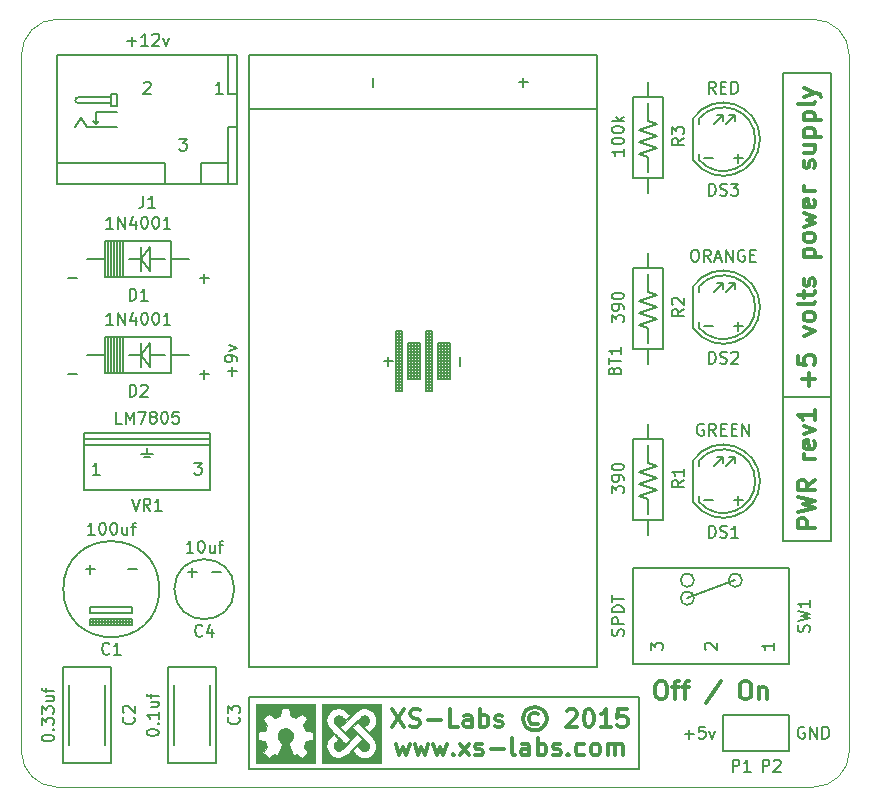
<source format=gto>
G04 #@! TF.FileFunction,Legend,Top*
%FSLAX46Y46*%
G04 Gerber Fmt 4.6, Leading zero omitted, Abs format (unit mm)*
G04 Created by KiCad (PCBNEW (2015-08-21 BZR 6112)-product) date 2015 October 15, Thursday 21:52:47*
%MOMM*%
G01*
G04 APERTURE LIST*
%ADD10C,0.100000*%
%ADD11C,0.300000*%
%ADD12C,0.200000*%
%ADD13C,0.010000*%
%ADD14C,0.150000*%
G04 APERTURE END LIST*
D10*
D11*
X154103142Y-121606571D02*
X154388856Y-121606571D01*
X154531714Y-121678000D01*
X154674571Y-121820857D01*
X154745999Y-122106571D01*
X154745999Y-122606571D01*
X154674571Y-122892286D01*
X154531714Y-123035143D01*
X154388856Y-123106571D01*
X154103142Y-123106571D01*
X153960285Y-123035143D01*
X153817428Y-122892286D01*
X153745999Y-122606571D01*
X153745999Y-122106571D01*
X153817428Y-121820857D01*
X153960285Y-121678000D01*
X154103142Y-121606571D01*
X155174571Y-122106571D02*
X155746000Y-122106571D01*
X155388857Y-123106571D02*
X155388857Y-121820857D01*
X155460285Y-121678000D01*
X155603143Y-121606571D01*
X155746000Y-121606571D01*
X156031714Y-122106571D02*
X156603143Y-122106571D01*
X156246000Y-123106571D02*
X156246000Y-121820857D01*
X156317428Y-121678000D01*
X156460286Y-121606571D01*
X156603143Y-121606571D01*
X159317428Y-121535143D02*
X158031714Y-123463714D01*
X161246000Y-121606571D02*
X161531714Y-121606571D01*
X161674572Y-121678000D01*
X161817429Y-121820857D01*
X161888857Y-122106571D01*
X161888857Y-122606571D01*
X161817429Y-122892286D01*
X161674572Y-123035143D01*
X161531714Y-123106571D01*
X161246000Y-123106571D01*
X161103143Y-123035143D01*
X160960286Y-122892286D01*
X160888857Y-122606571D01*
X160888857Y-122106571D01*
X160960286Y-121820857D01*
X161103143Y-121678000D01*
X161246000Y-121606571D01*
X162531715Y-122106571D02*
X162531715Y-123106571D01*
X162531715Y-122249429D02*
X162603143Y-122178000D01*
X162746001Y-122106571D01*
X162960286Y-122106571D01*
X163103143Y-122178000D01*
X163174572Y-122320857D01*
X163174572Y-123106571D01*
D10*
X167132000Y-130556000D02*
X103124000Y-130556000D01*
X170180000Y-127508000D02*
X170180000Y-68580000D01*
X103124000Y-65532000D02*
X167132000Y-65532000D01*
X100076000Y-127508000D02*
X100076000Y-68580000D01*
D12*
X168656000Y-70104000D02*
X168656000Y-97536000D01*
X164592000Y-70104000D02*
X164592000Y-97536000D01*
X168656000Y-70104000D02*
X164592000Y-70104000D01*
D11*
X166731143Y-96609714D02*
X166731143Y-95466857D01*
X167302571Y-96038286D02*
X166159714Y-96038286D01*
X165802571Y-94038285D02*
X165802571Y-94752571D01*
X166516857Y-94824000D01*
X166445429Y-94752571D01*
X166374000Y-94609714D01*
X166374000Y-94252571D01*
X166445429Y-94109714D01*
X166516857Y-94038285D01*
X166659714Y-93966857D01*
X167016857Y-93966857D01*
X167159714Y-94038285D01*
X167231143Y-94109714D01*
X167302571Y-94252571D01*
X167302571Y-94609714D01*
X167231143Y-94752571D01*
X167159714Y-94824000D01*
X166302571Y-92324000D02*
X167302571Y-91966857D01*
X166302571Y-91609715D01*
X167302571Y-90824000D02*
X167231143Y-90966858D01*
X167159714Y-91038286D01*
X167016857Y-91109715D01*
X166588286Y-91109715D01*
X166445429Y-91038286D01*
X166374000Y-90966858D01*
X166302571Y-90824000D01*
X166302571Y-90609715D01*
X166374000Y-90466858D01*
X166445429Y-90395429D01*
X166588286Y-90324000D01*
X167016857Y-90324000D01*
X167159714Y-90395429D01*
X167231143Y-90466858D01*
X167302571Y-90609715D01*
X167302571Y-90824000D01*
X167302571Y-89466857D02*
X167231143Y-89609715D01*
X167088286Y-89681143D01*
X165802571Y-89681143D01*
X166302571Y-89109715D02*
X166302571Y-88538286D01*
X165802571Y-88895429D02*
X167088286Y-88895429D01*
X167231143Y-88824001D01*
X167302571Y-88681143D01*
X167302571Y-88538286D01*
X167231143Y-88109715D02*
X167302571Y-87966858D01*
X167302571Y-87681143D01*
X167231143Y-87538286D01*
X167088286Y-87466858D01*
X167016857Y-87466858D01*
X166874000Y-87538286D01*
X166802571Y-87681143D01*
X166802571Y-87895429D01*
X166731143Y-88038286D01*
X166588286Y-88109715D01*
X166516857Y-88109715D01*
X166374000Y-88038286D01*
X166302571Y-87895429D01*
X166302571Y-87681143D01*
X166374000Y-87538286D01*
X166302571Y-85681143D02*
X167802571Y-85681143D01*
X166374000Y-85681143D02*
X166302571Y-85538286D01*
X166302571Y-85252572D01*
X166374000Y-85109715D01*
X166445429Y-85038286D01*
X166588286Y-84966857D01*
X167016857Y-84966857D01*
X167159714Y-85038286D01*
X167231143Y-85109715D01*
X167302571Y-85252572D01*
X167302571Y-85538286D01*
X167231143Y-85681143D01*
X167302571Y-84109714D02*
X167231143Y-84252572D01*
X167159714Y-84324000D01*
X167016857Y-84395429D01*
X166588286Y-84395429D01*
X166445429Y-84324000D01*
X166374000Y-84252572D01*
X166302571Y-84109714D01*
X166302571Y-83895429D01*
X166374000Y-83752572D01*
X166445429Y-83681143D01*
X166588286Y-83609714D01*
X167016857Y-83609714D01*
X167159714Y-83681143D01*
X167231143Y-83752572D01*
X167302571Y-83895429D01*
X167302571Y-84109714D01*
X166302571Y-83109714D02*
X167302571Y-82824000D01*
X166588286Y-82538286D01*
X167302571Y-82252571D01*
X166302571Y-81966857D01*
X167231143Y-80824000D02*
X167302571Y-80966857D01*
X167302571Y-81252571D01*
X167231143Y-81395428D01*
X167088286Y-81466857D01*
X166516857Y-81466857D01*
X166374000Y-81395428D01*
X166302571Y-81252571D01*
X166302571Y-80966857D01*
X166374000Y-80824000D01*
X166516857Y-80752571D01*
X166659714Y-80752571D01*
X166802571Y-81466857D01*
X167302571Y-80109714D02*
X166302571Y-80109714D01*
X166588286Y-80109714D02*
X166445429Y-80038286D01*
X166374000Y-79966857D01*
X166302571Y-79824000D01*
X166302571Y-79681143D01*
X167231143Y-78109715D02*
X167302571Y-77966858D01*
X167302571Y-77681143D01*
X167231143Y-77538286D01*
X167088286Y-77466858D01*
X167016857Y-77466858D01*
X166874000Y-77538286D01*
X166802571Y-77681143D01*
X166802571Y-77895429D01*
X166731143Y-78038286D01*
X166588286Y-78109715D01*
X166516857Y-78109715D01*
X166374000Y-78038286D01*
X166302571Y-77895429D01*
X166302571Y-77681143D01*
X166374000Y-77538286D01*
X166302571Y-76181143D02*
X167302571Y-76181143D01*
X166302571Y-76824000D02*
X167088286Y-76824000D01*
X167231143Y-76752572D01*
X167302571Y-76609714D01*
X167302571Y-76395429D01*
X167231143Y-76252572D01*
X167159714Y-76181143D01*
X166302571Y-75466857D02*
X167802571Y-75466857D01*
X166374000Y-75466857D02*
X166302571Y-75324000D01*
X166302571Y-75038286D01*
X166374000Y-74895429D01*
X166445429Y-74824000D01*
X166588286Y-74752571D01*
X167016857Y-74752571D01*
X167159714Y-74824000D01*
X167231143Y-74895429D01*
X167302571Y-75038286D01*
X167302571Y-75324000D01*
X167231143Y-75466857D01*
X166302571Y-74109714D02*
X167802571Y-74109714D01*
X166374000Y-74109714D02*
X166302571Y-73966857D01*
X166302571Y-73681143D01*
X166374000Y-73538286D01*
X166445429Y-73466857D01*
X166588286Y-73395428D01*
X167016857Y-73395428D01*
X167159714Y-73466857D01*
X167231143Y-73538286D01*
X167302571Y-73681143D01*
X167302571Y-73966857D01*
X167231143Y-74109714D01*
X167302571Y-72538285D02*
X167231143Y-72681143D01*
X167088286Y-72752571D01*
X165802571Y-72752571D01*
X166302571Y-72109714D02*
X167302571Y-71752571D01*
X166302571Y-71395429D02*
X167302571Y-71752571D01*
X167659714Y-71895429D01*
X167731143Y-71966857D01*
X167802571Y-72109714D01*
D12*
X164592000Y-109728000D02*
X164592000Y-97536000D01*
X168656000Y-97536000D02*
X168656000Y-109728000D01*
X164592000Y-97536000D02*
X168656000Y-97536000D01*
X164592000Y-109728000D02*
X168656000Y-109728000D01*
X152400000Y-122936000D02*
X119380000Y-122936000D01*
X152400000Y-129032000D02*
X152400000Y-122936000D01*
X119380000Y-129032000D02*
X152400000Y-129032000D01*
X119380000Y-122936000D02*
X119380000Y-129032000D01*
X159512000Y-127508000D02*
X159512000Y-124460000D01*
X165100000Y-127508000D02*
X159512000Y-127508000D01*
X165100000Y-124460000D02*
X165100000Y-127508000D01*
X159512000Y-124460000D02*
X165100000Y-124460000D01*
D11*
X167302571Y-108608857D02*
X165802571Y-108608857D01*
X165802571Y-108037429D01*
X165874000Y-107894571D01*
X165945429Y-107823143D01*
X166088286Y-107751714D01*
X166302571Y-107751714D01*
X166445429Y-107823143D01*
X166516857Y-107894571D01*
X166588286Y-108037429D01*
X166588286Y-108608857D01*
X165802571Y-107251714D02*
X167302571Y-106894571D01*
X166231143Y-106608857D01*
X167302571Y-106323143D01*
X165802571Y-105966000D01*
X167302571Y-104537428D02*
X166588286Y-105037428D01*
X167302571Y-105394571D02*
X165802571Y-105394571D01*
X165802571Y-104823143D01*
X165874000Y-104680285D01*
X165945429Y-104608857D01*
X166088286Y-104537428D01*
X166302571Y-104537428D01*
X166445429Y-104608857D01*
X166516857Y-104680285D01*
X166588286Y-104823143D01*
X166588286Y-105394571D01*
X167302571Y-102751714D02*
X166302571Y-102751714D01*
X166588286Y-102751714D02*
X166445429Y-102680286D01*
X166374000Y-102608857D01*
X166302571Y-102466000D01*
X166302571Y-102323143D01*
X167231143Y-101251715D02*
X167302571Y-101394572D01*
X167302571Y-101680286D01*
X167231143Y-101823143D01*
X167088286Y-101894572D01*
X166516857Y-101894572D01*
X166374000Y-101823143D01*
X166302571Y-101680286D01*
X166302571Y-101394572D01*
X166374000Y-101251715D01*
X166516857Y-101180286D01*
X166659714Y-101180286D01*
X166802571Y-101894572D01*
X166302571Y-100680286D02*
X167302571Y-100323143D01*
X166302571Y-99966001D01*
X167302571Y-98608858D02*
X167302571Y-99466001D01*
X167302571Y-99037429D02*
X165802571Y-99037429D01*
X166016857Y-99180286D01*
X166159714Y-99323144D01*
X166231143Y-99466001D01*
D10*
X100076000Y-127508000D02*
G75*
G03X103124000Y-130556000I3048000J0D01*
G01*
X167132000Y-130556000D02*
G75*
G03X170180000Y-127508000I0J3048000D01*
G01*
X170180000Y-68580000D02*
G75*
G03X167132000Y-65532000I-3048000J0D01*
G01*
X103124000Y-65532000D02*
G75*
G03X100076000Y-68580000I0J-3048000D01*
G01*
D11*
X131478001Y-123962571D02*
X132478001Y-125462571D01*
X132478001Y-123962571D02*
X131478001Y-125462571D01*
X132978000Y-125391143D02*
X133192286Y-125462571D01*
X133549429Y-125462571D01*
X133692286Y-125391143D01*
X133763715Y-125319714D01*
X133835143Y-125176857D01*
X133835143Y-125034000D01*
X133763715Y-124891143D01*
X133692286Y-124819714D01*
X133549429Y-124748286D01*
X133263715Y-124676857D01*
X133120857Y-124605429D01*
X133049429Y-124534000D01*
X132978000Y-124391143D01*
X132978000Y-124248286D01*
X133049429Y-124105429D01*
X133120857Y-124034000D01*
X133263715Y-123962571D01*
X133620857Y-123962571D01*
X133835143Y-124034000D01*
X134478000Y-124891143D02*
X135620857Y-124891143D01*
X137049429Y-125462571D02*
X136335143Y-125462571D01*
X136335143Y-123962571D01*
X138192286Y-125462571D02*
X138192286Y-124676857D01*
X138120857Y-124534000D01*
X137978000Y-124462571D01*
X137692286Y-124462571D01*
X137549429Y-124534000D01*
X138192286Y-125391143D02*
X138049429Y-125462571D01*
X137692286Y-125462571D01*
X137549429Y-125391143D01*
X137478000Y-125248286D01*
X137478000Y-125105429D01*
X137549429Y-124962571D01*
X137692286Y-124891143D01*
X138049429Y-124891143D01*
X138192286Y-124819714D01*
X138906572Y-125462571D02*
X138906572Y-123962571D01*
X138906572Y-124534000D02*
X139049429Y-124462571D01*
X139335143Y-124462571D01*
X139478000Y-124534000D01*
X139549429Y-124605429D01*
X139620858Y-124748286D01*
X139620858Y-125176857D01*
X139549429Y-125319714D01*
X139478000Y-125391143D01*
X139335143Y-125462571D01*
X139049429Y-125462571D01*
X138906572Y-125391143D01*
X140192286Y-125391143D02*
X140335143Y-125462571D01*
X140620858Y-125462571D01*
X140763715Y-125391143D01*
X140835143Y-125248286D01*
X140835143Y-125176857D01*
X140763715Y-125034000D01*
X140620858Y-124962571D01*
X140406572Y-124962571D01*
X140263715Y-124891143D01*
X140192286Y-124748286D01*
X140192286Y-124676857D01*
X140263715Y-124534000D01*
X140406572Y-124462571D01*
X140620858Y-124462571D01*
X140763715Y-124534000D01*
X143835144Y-124319714D02*
X143692286Y-124248286D01*
X143406572Y-124248286D01*
X143263715Y-124319714D01*
X143120858Y-124462571D01*
X143049429Y-124605429D01*
X143049429Y-124891143D01*
X143120858Y-125034000D01*
X143263715Y-125176857D01*
X143406572Y-125248286D01*
X143692286Y-125248286D01*
X143835144Y-125176857D01*
X143549429Y-123748286D02*
X143192286Y-123819714D01*
X142835144Y-124034000D01*
X142620858Y-124391143D01*
X142549429Y-124748286D01*
X142620858Y-125105429D01*
X142835144Y-125462571D01*
X143192286Y-125676857D01*
X143549429Y-125748286D01*
X143906572Y-125676857D01*
X144263715Y-125462571D01*
X144478001Y-125105429D01*
X144549429Y-124748286D01*
X144478001Y-124391143D01*
X144263715Y-124034000D01*
X143906572Y-123819714D01*
X143549429Y-123748286D01*
X146263715Y-124105429D02*
X146335144Y-124034000D01*
X146478001Y-123962571D01*
X146835144Y-123962571D01*
X146978001Y-124034000D01*
X147049430Y-124105429D01*
X147120858Y-124248286D01*
X147120858Y-124391143D01*
X147049430Y-124605429D01*
X146192287Y-125462571D01*
X147120858Y-125462571D01*
X148049429Y-123962571D02*
X148192286Y-123962571D01*
X148335143Y-124034000D01*
X148406572Y-124105429D01*
X148478001Y-124248286D01*
X148549429Y-124534000D01*
X148549429Y-124891143D01*
X148478001Y-125176857D01*
X148406572Y-125319714D01*
X148335143Y-125391143D01*
X148192286Y-125462571D01*
X148049429Y-125462571D01*
X147906572Y-125391143D01*
X147835143Y-125319714D01*
X147763715Y-125176857D01*
X147692286Y-124891143D01*
X147692286Y-124534000D01*
X147763715Y-124248286D01*
X147835143Y-124105429D01*
X147906572Y-124034000D01*
X148049429Y-123962571D01*
X149978000Y-125462571D02*
X149120857Y-125462571D01*
X149549429Y-125462571D02*
X149549429Y-123962571D01*
X149406572Y-124176857D01*
X149263714Y-124319714D01*
X149120857Y-124391143D01*
X151335143Y-123962571D02*
X150620857Y-123962571D01*
X150549428Y-124676857D01*
X150620857Y-124605429D01*
X150763714Y-124534000D01*
X151120857Y-124534000D01*
X151263714Y-124605429D01*
X151335143Y-124676857D01*
X151406571Y-124819714D01*
X151406571Y-125176857D01*
X151335143Y-125319714D01*
X151263714Y-125391143D01*
X151120857Y-125462571D01*
X150763714Y-125462571D01*
X150620857Y-125391143D01*
X150549428Y-125319714D01*
X131799428Y-126862571D02*
X132085142Y-127862571D01*
X132370856Y-127148286D01*
X132656571Y-127862571D01*
X132942285Y-126862571D01*
X133370857Y-126862571D02*
X133656571Y-127862571D01*
X133942285Y-127148286D01*
X134228000Y-127862571D01*
X134513714Y-126862571D01*
X134942286Y-126862571D02*
X135228000Y-127862571D01*
X135513714Y-127148286D01*
X135799429Y-127862571D01*
X136085143Y-126862571D01*
X136656572Y-127719714D02*
X136728000Y-127791143D01*
X136656572Y-127862571D01*
X136585143Y-127791143D01*
X136656572Y-127719714D01*
X136656572Y-127862571D01*
X137228001Y-127862571D02*
X138013715Y-126862571D01*
X137228001Y-126862571D02*
X138013715Y-127862571D01*
X138513715Y-127791143D02*
X138656572Y-127862571D01*
X138942287Y-127862571D01*
X139085144Y-127791143D01*
X139156572Y-127648286D01*
X139156572Y-127576857D01*
X139085144Y-127434000D01*
X138942287Y-127362571D01*
X138728001Y-127362571D01*
X138585144Y-127291143D01*
X138513715Y-127148286D01*
X138513715Y-127076857D01*
X138585144Y-126934000D01*
X138728001Y-126862571D01*
X138942287Y-126862571D01*
X139085144Y-126934000D01*
X139799430Y-127291143D02*
X140942287Y-127291143D01*
X141870859Y-127862571D02*
X141728001Y-127791143D01*
X141656573Y-127648286D01*
X141656573Y-126362571D01*
X143085144Y-127862571D02*
X143085144Y-127076857D01*
X143013715Y-126934000D01*
X142870858Y-126862571D01*
X142585144Y-126862571D01*
X142442287Y-126934000D01*
X143085144Y-127791143D02*
X142942287Y-127862571D01*
X142585144Y-127862571D01*
X142442287Y-127791143D01*
X142370858Y-127648286D01*
X142370858Y-127505429D01*
X142442287Y-127362571D01*
X142585144Y-127291143D01*
X142942287Y-127291143D01*
X143085144Y-127219714D01*
X143799430Y-127862571D02*
X143799430Y-126362571D01*
X143799430Y-126934000D02*
X143942287Y-126862571D01*
X144228001Y-126862571D01*
X144370858Y-126934000D01*
X144442287Y-127005429D01*
X144513716Y-127148286D01*
X144513716Y-127576857D01*
X144442287Y-127719714D01*
X144370858Y-127791143D01*
X144228001Y-127862571D01*
X143942287Y-127862571D01*
X143799430Y-127791143D01*
X145085144Y-127791143D02*
X145228001Y-127862571D01*
X145513716Y-127862571D01*
X145656573Y-127791143D01*
X145728001Y-127648286D01*
X145728001Y-127576857D01*
X145656573Y-127434000D01*
X145513716Y-127362571D01*
X145299430Y-127362571D01*
X145156573Y-127291143D01*
X145085144Y-127148286D01*
X145085144Y-127076857D01*
X145156573Y-126934000D01*
X145299430Y-126862571D01*
X145513716Y-126862571D01*
X145656573Y-126934000D01*
X146370859Y-127719714D02*
X146442287Y-127791143D01*
X146370859Y-127862571D01*
X146299430Y-127791143D01*
X146370859Y-127719714D01*
X146370859Y-127862571D01*
X147728002Y-127791143D02*
X147585145Y-127862571D01*
X147299431Y-127862571D01*
X147156573Y-127791143D01*
X147085145Y-127719714D01*
X147013716Y-127576857D01*
X147013716Y-127148286D01*
X147085145Y-127005429D01*
X147156573Y-126934000D01*
X147299431Y-126862571D01*
X147585145Y-126862571D01*
X147728002Y-126934000D01*
X148585145Y-127862571D02*
X148442287Y-127791143D01*
X148370859Y-127719714D01*
X148299430Y-127576857D01*
X148299430Y-127148286D01*
X148370859Y-127005429D01*
X148442287Y-126934000D01*
X148585145Y-126862571D01*
X148799430Y-126862571D01*
X148942287Y-126934000D01*
X149013716Y-127005429D01*
X149085145Y-127148286D01*
X149085145Y-127576857D01*
X149013716Y-127719714D01*
X148942287Y-127791143D01*
X148799430Y-127862571D01*
X148585145Y-127862571D01*
X149728002Y-127862571D02*
X149728002Y-126862571D01*
X149728002Y-127005429D02*
X149799430Y-126934000D01*
X149942288Y-126862571D01*
X150156573Y-126862571D01*
X150299430Y-126934000D01*
X150370859Y-127076857D01*
X150370859Y-127862571D01*
X150370859Y-127076857D02*
X150442288Y-126934000D01*
X150585145Y-126862571D01*
X150799430Y-126862571D01*
X150942288Y-126934000D01*
X151013716Y-127076857D01*
X151013716Y-127862571D01*
D13*
G36*
X124925667Y-128481667D02*
X119930334Y-128481667D01*
X119930334Y-126385822D01*
X120087446Y-126385822D01*
X120088190Y-126442409D01*
X120090195Y-126481503D01*
X120093693Y-126506678D01*
X120098916Y-126521509D01*
X120106097Y-126529570D01*
X120109982Y-126531917D01*
X120131447Y-126538514D01*
X120175774Y-126548893D01*
X120238021Y-126562008D01*
X120313241Y-126576813D01*
X120388945Y-126590900D01*
X120472106Y-126606269D01*
X120547220Y-126620722D01*
X120609226Y-126633242D01*
X120653062Y-126642808D01*
X120672816Y-126648058D01*
X120687217Y-126659584D01*
X120705016Y-126686208D01*
X120727628Y-126730748D01*
X120756470Y-126796024D01*
X120792961Y-126884853D01*
X120797388Y-126895898D01*
X120892088Y-127132589D01*
X120720128Y-127385632D01*
X120548167Y-127638675D01*
X120771938Y-127862774D01*
X120837749Y-127927625D01*
X120897369Y-127984368D01*
X120947780Y-128030290D01*
X120985965Y-128062678D01*
X121008906Y-128078819D01*
X121013559Y-128080023D01*
X121030287Y-128070158D01*
X121066264Y-128046756D01*
X121117594Y-128012425D01*
X121180379Y-127969774D01*
X121250723Y-127921411D01*
X121256252Y-127917587D01*
X121326705Y-127869353D01*
X121389704Y-127827204D01*
X121441423Y-127793620D01*
X121478038Y-127771080D01*
X121495723Y-127762064D01*
X121496249Y-127762000D01*
X121514914Y-127768004D01*
X121552061Y-127784071D01*
X121601113Y-127807279D01*
X121625753Y-127819494D01*
X121677106Y-127843601D01*
X121718892Y-127860025D01*
X121744960Y-127866496D01*
X121750124Y-127865355D01*
X121757335Y-127850446D01*
X121773765Y-127812951D01*
X121797981Y-127756329D01*
X121828550Y-127684036D01*
X121864037Y-127599530D01*
X121903008Y-127506269D01*
X121944030Y-127407710D01*
X121985669Y-127307310D01*
X122026492Y-127208527D01*
X122065064Y-127114819D01*
X122099951Y-127029643D01*
X122129721Y-126956455D01*
X122152938Y-126898715D01*
X122168170Y-126859879D01*
X122173982Y-126843405D01*
X122174000Y-126843210D01*
X122163282Y-126831830D01*
X122135239Y-126809688D01*
X122097599Y-126782738D01*
X121981541Y-126688508D01*
X121891629Y-126583703D01*
X121827880Y-126468355D01*
X121790313Y-126342497D01*
X121778889Y-126215530D01*
X121791778Y-126080895D01*
X121830549Y-125957449D01*
X121895359Y-125844832D01*
X121982023Y-125746756D01*
X122084224Y-125667634D01*
X122198718Y-125609800D01*
X122320298Y-125574945D01*
X122443760Y-125564758D01*
X122520820Y-125571876D01*
X122636297Y-125603063D01*
X122748095Y-125655654D01*
X122849911Y-125725468D01*
X122935442Y-125808324D01*
X122988383Y-125882002D01*
X123041824Y-126000286D01*
X123070782Y-126127715D01*
X123075138Y-126259191D01*
X123054773Y-126389614D01*
X123009567Y-126513888D01*
X123003441Y-126526243D01*
X122966650Y-126582938D01*
X122912519Y-126646834D01*
X122847959Y-126710696D01*
X122779883Y-126767288D01*
X122758402Y-126782738D01*
X122719499Y-126810633D01*
X122691982Y-126832467D01*
X122682000Y-126843210D01*
X122687229Y-126858298D01*
X122701959Y-126895945D01*
X122724758Y-126952695D01*
X122754190Y-127025090D01*
X122788823Y-127109673D01*
X122827223Y-127202986D01*
X122867955Y-127301571D01*
X122909586Y-127401971D01*
X122950683Y-127500730D01*
X122989810Y-127594388D01*
X123025536Y-127679489D01*
X123056425Y-127752575D01*
X123081044Y-127810189D01*
X123097959Y-127848874D01*
X123105737Y-127865171D01*
X123105876Y-127865355D01*
X123122029Y-127864570D01*
X123156906Y-127852725D01*
X123204355Y-127832087D01*
X123230247Y-127819494D01*
X123282556Y-127793989D01*
X123325971Y-127774290D01*
X123353917Y-127763315D01*
X123359752Y-127762000D01*
X123375575Y-127769698D01*
X123410667Y-127791140D01*
X123461202Y-127823846D01*
X123523356Y-127865336D01*
X123593303Y-127913131D01*
X123599749Y-127917587D01*
X123670506Y-127966276D01*
X123734001Y-128009451D01*
X123786336Y-128044504D01*
X123823613Y-128068826D01*
X123841935Y-128079808D01*
X123842441Y-128080023D01*
X123857189Y-128072436D01*
X123888600Y-128047326D01*
X123933660Y-128007406D01*
X123989354Y-127955384D01*
X124052670Y-127893970D01*
X124084443Y-127862393D01*
X124308594Y-127637913D01*
X124150805Y-127408520D01*
X124101333Y-127336319D01*
X124056794Y-127270792D01*
X124019899Y-127215970D01*
X123993362Y-127175885D01*
X123979892Y-127154570D01*
X123979362Y-127153614D01*
X123979076Y-127130361D01*
X123989061Y-127087009D01*
X124007200Y-127028818D01*
X124031371Y-126961045D01*
X124059455Y-126888949D01*
X124089333Y-126817788D01*
X124118885Y-126752819D01*
X124145991Y-126699302D01*
X124168531Y-126662494D01*
X124183184Y-126647990D01*
X124206176Y-126642023D01*
X124251999Y-126632228D01*
X124315679Y-126619593D01*
X124392238Y-126605106D01*
X124474111Y-126590217D01*
X124557401Y-126574825D01*
X124631648Y-126560090D01*
X124692148Y-126547025D01*
X124734201Y-126536646D01*
X124753070Y-126529993D01*
X124759181Y-126518503D01*
X124763611Y-126492796D01*
X124766484Y-126450012D01*
X124767925Y-126387289D01*
X124768058Y-126301763D01*
X124767182Y-126204562D01*
X124763389Y-125892797D01*
X124456655Y-125835100D01*
X124367338Y-125818082D01*
X124287756Y-125802504D01*
X124221959Y-125789194D01*
X124173993Y-125778976D01*
X124147906Y-125772678D01*
X124144380Y-125771340D01*
X124137280Y-125756994D01*
X124121064Y-125721017D01*
X124097646Y-125667757D01*
X124068941Y-125601561D01*
X124043357Y-125541979D01*
X123947875Y-125318679D01*
X124126541Y-125055521D01*
X124305207Y-124792362D01*
X124082908Y-124569737D01*
X124018027Y-124505286D01*
X123959513Y-124448157D01*
X123910375Y-124401208D01*
X123873623Y-124367295D01*
X123852268Y-124349277D01*
X123848407Y-124347111D01*
X123833656Y-124354786D01*
X123799324Y-124376244D01*
X123748988Y-124409138D01*
X123686223Y-124451119D01*
X123614606Y-124499838D01*
X123588639Y-124517683D01*
X123514448Y-124568578D01*
X123447605Y-124614007D01*
X123391770Y-124651519D01*
X123350602Y-124678661D01*
X123327760Y-124692981D01*
X123324871Y-124694473D01*
X123307984Y-124691173D01*
X123270496Y-124679012D01*
X123217804Y-124660106D01*
X123155306Y-124636576D01*
X123088399Y-124610539D01*
X123022481Y-124584113D01*
X122962948Y-124559416D01*
X122915199Y-124538568D01*
X122884630Y-124523685D01*
X122876975Y-124518695D01*
X122871591Y-124502581D01*
X122862144Y-124462996D01*
X122849551Y-124404249D01*
X122834726Y-124330648D01*
X122818588Y-124246503D01*
X122814982Y-124227167D01*
X122798436Y-124139491D01*
X122782853Y-124059706D01*
X122769204Y-123992577D01*
X122758463Y-123942869D01*
X122751603Y-123915347D01*
X122750884Y-123913195D01*
X122746423Y-123902863D01*
X122739300Y-123895058D01*
X122725915Y-123889425D01*
X122702664Y-123885610D01*
X122665947Y-123883259D01*
X122612162Y-123882017D01*
X122537707Y-123881530D01*
X122438980Y-123881445D01*
X122428000Y-123881445D01*
X122326732Y-123881510D01*
X122250085Y-123881942D01*
X122194456Y-123883096D01*
X122156244Y-123885324D01*
X122131848Y-123888982D01*
X122117664Y-123894424D01*
X122110093Y-123902003D01*
X122105532Y-123912074D01*
X122105116Y-123913195D01*
X122099023Y-123936415D01*
X122088881Y-123982642D01*
X122075663Y-124047111D01*
X122060343Y-124125056D01*
X122043894Y-124211713D01*
X122041018Y-124227167D01*
X122024715Y-124313040D01*
X122009525Y-124389309D01*
X121996367Y-124451664D01*
X121986155Y-124495797D01*
X121979807Y-124517399D01*
X121979025Y-124518695D01*
X121960622Y-124529245D01*
X121921971Y-124546964D01*
X121868470Y-124569734D01*
X121805517Y-124595438D01*
X121738510Y-124621956D01*
X121672845Y-124647170D01*
X121613920Y-124668963D01*
X121567132Y-124685215D01*
X121537880Y-124693810D01*
X121531130Y-124694473D01*
X121515127Y-124684916D01*
X121479593Y-124661727D01*
X121428187Y-124627361D01*
X121364567Y-124584269D01*
X121292392Y-124534905D01*
X121267361Y-124517683D01*
X121193531Y-124467193D01*
X121127326Y-124422635D01*
X121072323Y-124386359D01*
X121032097Y-124360713D01*
X121010225Y-124348045D01*
X121007594Y-124347111D01*
X120994505Y-124356681D01*
X120964607Y-124383487D01*
X120920910Y-124424671D01*
X120866424Y-124477376D01*
X120804157Y-124538745D01*
X120773092Y-124569737D01*
X120550793Y-124792362D01*
X120729834Y-125056072D01*
X120908874Y-125319782D01*
X120812912Y-125542530D01*
X120781177Y-125615831D01*
X120753229Y-125679697D01*
X120730994Y-125729782D01*
X120716398Y-125761742D01*
X120711514Y-125771340D01*
X120696667Y-125775597D01*
X120658110Y-125784146D01*
X120599891Y-125796161D01*
X120526055Y-125810816D01*
X120440646Y-125827285D01*
X120399345Y-125835100D01*
X120092611Y-125892797D01*
X120088815Y-126205870D01*
X120087732Y-126308167D01*
X120087446Y-126385822D01*
X119930334Y-126385822D01*
X119930334Y-123486334D01*
X124925667Y-123486334D01*
X124925667Y-128481667D01*
X124925667Y-128481667D01*
G37*
X124925667Y-128481667D02*
X119930334Y-128481667D01*
X119930334Y-126385822D01*
X120087446Y-126385822D01*
X120088190Y-126442409D01*
X120090195Y-126481503D01*
X120093693Y-126506678D01*
X120098916Y-126521509D01*
X120106097Y-126529570D01*
X120109982Y-126531917D01*
X120131447Y-126538514D01*
X120175774Y-126548893D01*
X120238021Y-126562008D01*
X120313241Y-126576813D01*
X120388945Y-126590900D01*
X120472106Y-126606269D01*
X120547220Y-126620722D01*
X120609226Y-126633242D01*
X120653062Y-126642808D01*
X120672816Y-126648058D01*
X120687217Y-126659584D01*
X120705016Y-126686208D01*
X120727628Y-126730748D01*
X120756470Y-126796024D01*
X120792961Y-126884853D01*
X120797388Y-126895898D01*
X120892088Y-127132589D01*
X120720128Y-127385632D01*
X120548167Y-127638675D01*
X120771938Y-127862774D01*
X120837749Y-127927625D01*
X120897369Y-127984368D01*
X120947780Y-128030290D01*
X120985965Y-128062678D01*
X121008906Y-128078819D01*
X121013559Y-128080023D01*
X121030287Y-128070158D01*
X121066264Y-128046756D01*
X121117594Y-128012425D01*
X121180379Y-127969774D01*
X121250723Y-127921411D01*
X121256252Y-127917587D01*
X121326705Y-127869353D01*
X121389704Y-127827204D01*
X121441423Y-127793620D01*
X121478038Y-127771080D01*
X121495723Y-127762064D01*
X121496249Y-127762000D01*
X121514914Y-127768004D01*
X121552061Y-127784071D01*
X121601113Y-127807279D01*
X121625753Y-127819494D01*
X121677106Y-127843601D01*
X121718892Y-127860025D01*
X121744960Y-127866496D01*
X121750124Y-127865355D01*
X121757335Y-127850446D01*
X121773765Y-127812951D01*
X121797981Y-127756329D01*
X121828550Y-127684036D01*
X121864037Y-127599530D01*
X121903008Y-127506269D01*
X121944030Y-127407710D01*
X121985669Y-127307310D01*
X122026492Y-127208527D01*
X122065064Y-127114819D01*
X122099951Y-127029643D01*
X122129721Y-126956455D01*
X122152938Y-126898715D01*
X122168170Y-126859879D01*
X122173982Y-126843405D01*
X122174000Y-126843210D01*
X122163282Y-126831830D01*
X122135239Y-126809688D01*
X122097599Y-126782738D01*
X121981541Y-126688508D01*
X121891629Y-126583703D01*
X121827880Y-126468355D01*
X121790313Y-126342497D01*
X121778889Y-126215530D01*
X121791778Y-126080895D01*
X121830549Y-125957449D01*
X121895359Y-125844832D01*
X121982023Y-125746756D01*
X122084224Y-125667634D01*
X122198718Y-125609800D01*
X122320298Y-125574945D01*
X122443760Y-125564758D01*
X122520820Y-125571876D01*
X122636297Y-125603063D01*
X122748095Y-125655654D01*
X122849911Y-125725468D01*
X122935442Y-125808324D01*
X122988383Y-125882002D01*
X123041824Y-126000286D01*
X123070782Y-126127715D01*
X123075138Y-126259191D01*
X123054773Y-126389614D01*
X123009567Y-126513888D01*
X123003441Y-126526243D01*
X122966650Y-126582938D01*
X122912519Y-126646834D01*
X122847959Y-126710696D01*
X122779883Y-126767288D01*
X122758402Y-126782738D01*
X122719499Y-126810633D01*
X122691982Y-126832467D01*
X122682000Y-126843210D01*
X122687229Y-126858298D01*
X122701959Y-126895945D01*
X122724758Y-126952695D01*
X122754190Y-127025090D01*
X122788823Y-127109673D01*
X122827223Y-127202986D01*
X122867955Y-127301571D01*
X122909586Y-127401971D01*
X122950683Y-127500730D01*
X122989810Y-127594388D01*
X123025536Y-127679489D01*
X123056425Y-127752575D01*
X123081044Y-127810189D01*
X123097959Y-127848874D01*
X123105737Y-127865171D01*
X123105876Y-127865355D01*
X123122029Y-127864570D01*
X123156906Y-127852725D01*
X123204355Y-127832087D01*
X123230247Y-127819494D01*
X123282556Y-127793989D01*
X123325971Y-127774290D01*
X123353917Y-127763315D01*
X123359752Y-127762000D01*
X123375575Y-127769698D01*
X123410667Y-127791140D01*
X123461202Y-127823846D01*
X123523356Y-127865336D01*
X123593303Y-127913131D01*
X123599749Y-127917587D01*
X123670506Y-127966276D01*
X123734001Y-128009451D01*
X123786336Y-128044504D01*
X123823613Y-128068826D01*
X123841935Y-128079808D01*
X123842441Y-128080023D01*
X123857189Y-128072436D01*
X123888600Y-128047326D01*
X123933660Y-128007406D01*
X123989354Y-127955384D01*
X124052670Y-127893970D01*
X124084443Y-127862393D01*
X124308594Y-127637913D01*
X124150805Y-127408520D01*
X124101333Y-127336319D01*
X124056794Y-127270792D01*
X124019899Y-127215970D01*
X123993362Y-127175885D01*
X123979892Y-127154570D01*
X123979362Y-127153614D01*
X123979076Y-127130361D01*
X123989061Y-127087009D01*
X124007200Y-127028818D01*
X124031371Y-126961045D01*
X124059455Y-126888949D01*
X124089333Y-126817788D01*
X124118885Y-126752819D01*
X124145991Y-126699302D01*
X124168531Y-126662494D01*
X124183184Y-126647990D01*
X124206176Y-126642023D01*
X124251999Y-126632228D01*
X124315679Y-126619593D01*
X124392238Y-126605106D01*
X124474111Y-126590217D01*
X124557401Y-126574825D01*
X124631648Y-126560090D01*
X124692148Y-126547025D01*
X124734201Y-126536646D01*
X124753070Y-126529993D01*
X124759181Y-126518503D01*
X124763611Y-126492796D01*
X124766484Y-126450012D01*
X124767925Y-126387289D01*
X124768058Y-126301763D01*
X124767182Y-126204562D01*
X124763389Y-125892797D01*
X124456655Y-125835100D01*
X124367338Y-125818082D01*
X124287756Y-125802504D01*
X124221959Y-125789194D01*
X124173993Y-125778976D01*
X124147906Y-125772678D01*
X124144380Y-125771340D01*
X124137280Y-125756994D01*
X124121064Y-125721017D01*
X124097646Y-125667757D01*
X124068941Y-125601561D01*
X124043357Y-125541979D01*
X123947875Y-125318679D01*
X124126541Y-125055521D01*
X124305207Y-124792362D01*
X124082908Y-124569737D01*
X124018027Y-124505286D01*
X123959513Y-124448157D01*
X123910375Y-124401208D01*
X123873623Y-124367295D01*
X123852268Y-124349277D01*
X123848407Y-124347111D01*
X123833656Y-124354786D01*
X123799324Y-124376244D01*
X123748988Y-124409138D01*
X123686223Y-124451119D01*
X123614606Y-124499838D01*
X123588639Y-124517683D01*
X123514448Y-124568578D01*
X123447605Y-124614007D01*
X123391770Y-124651519D01*
X123350602Y-124678661D01*
X123327760Y-124692981D01*
X123324871Y-124694473D01*
X123307984Y-124691173D01*
X123270496Y-124679012D01*
X123217804Y-124660106D01*
X123155306Y-124636576D01*
X123088399Y-124610539D01*
X123022481Y-124584113D01*
X122962948Y-124559416D01*
X122915199Y-124538568D01*
X122884630Y-124523685D01*
X122876975Y-124518695D01*
X122871591Y-124502581D01*
X122862144Y-124462996D01*
X122849551Y-124404249D01*
X122834726Y-124330648D01*
X122818588Y-124246503D01*
X122814982Y-124227167D01*
X122798436Y-124139491D01*
X122782853Y-124059706D01*
X122769204Y-123992577D01*
X122758463Y-123942869D01*
X122751603Y-123915347D01*
X122750884Y-123913195D01*
X122746423Y-123902863D01*
X122739300Y-123895058D01*
X122725915Y-123889425D01*
X122702664Y-123885610D01*
X122665947Y-123883259D01*
X122612162Y-123882017D01*
X122537707Y-123881530D01*
X122438980Y-123881445D01*
X122428000Y-123881445D01*
X122326732Y-123881510D01*
X122250085Y-123881942D01*
X122194456Y-123883096D01*
X122156244Y-123885324D01*
X122131848Y-123888982D01*
X122117664Y-123894424D01*
X122110093Y-123902003D01*
X122105532Y-123912074D01*
X122105116Y-123913195D01*
X122099023Y-123936415D01*
X122088881Y-123982642D01*
X122075663Y-124047111D01*
X122060343Y-124125056D01*
X122043894Y-124211713D01*
X122041018Y-124227167D01*
X122024715Y-124313040D01*
X122009525Y-124389309D01*
X121996367Y-124451664D01*
X121986155Y-124495797D01*
X121979807Y-124517399D01*
X121979025Y-124518695D01*
X121960622Y-124529245D01*
X121921971Y-124546964D01*
X121868470Y-124569734D01*
X121805517Y-124595438D01*
X121738510Y-124621956D01*
X121672845Y-124647170D01*
X121613920Y-124668963D01*
X121567132Y-124685215D01*
X121537880Y-124693810D01*
X121531130Y-124694473D01*
X121515127Y-124684916D01*
X121479593Y-124661727D01*
X121428187Y-124627361D01*
X121364567Y-124584269D01*
X121292392Y-124534905D01*
X121267361Y-124517683D01*
X121193531Y-124467193D01*
X121127326Y-124422635D01*
X121072323Y-124386359D01*
X121032097Y-124360713D01*
X121010225Y-124348045D01*
X121007594Y-124347111D01*
X120994505Y-124356681D01*
X120964607Y-124383487D01*
X120920910Y-124424671D01*
X120866424Y-124477376D01*
X120804157Y-124538745D01*
X120773092Y-124569737D01*
X120550793Y-124792362D01*
X120729834Y-125056072D01*
X120908874Y-125319782D01*
X120812912Y-125542530D01*
X120781177Y-125615831D01*
X120753229Y-125679697D01*
X120730994Y-125729782D01*
X120716398Y-125761742D01*
X120711514Y-125771340D01*
X120696667Y-125775597D01*
X120658110Y-125784146D01*
X120599891Y-125796161D01*
X120526055Y-125810816D01*
X120440646Y-125827285D01*
X120399345Y-125835100D01*
X120092611Y-125892797D01*
X120088815Y-126205870D01*
X120087732Y-126308167D01*
X120087446Y-126385822D01*
X119930334Y-126385822D01*
X119930334Y-123486334D01*
X124925667Y-123486334D01*
X124925667Y-128481667D01*
G36*
X130513667Y-128481667D02*
X125518334Y-128481667D01*
X125518334Y-127089650D01*
X125901845Y-127089650D01*
X125905162Y-127142173D01*
X125911020Y-127193262D01*
X125945546Y-127362800D01*
X126004001Y-127519297D01*
X126084712Y-127660960D01*
X126186007Y-127786000D01*
X126306213Y-127892624D01*
X126443659Y-127979043D01*
X126596671Y-128043465D01*
X126738945Y-128079819D01*
X126824569Y-128093156D01*
X126899092Y-128097865D01*
X126973618Y-128093727D01*
X127059252Y-128080522D01*
X127098778Y-128072720D01*
X127261338Y-128025145D01*
X127412598Y-127951762D01*
X127551848Y-127852922D01*
X127564747Y-127841944D01*
X127593453Y-127815748D01*
X127639984Y-127771540D01*
X127702286Y-127711338D01*
X127778304Y-127637162D01*
X127865984Y-127551030D01*
X127931448Y-127486386D01*
X128100749Y-127486386D01*
X128231236Y-127618661D01*
X128348381Y-127733749D01*
X128453075Y-127828017D01*
X128548950Y-127903835D01*
X128639641Y-127963571D01*
X128728779Y-128009596D01*
X128819998Y-128044280D01*
X128916931Y-128069992D01*
X128926167Y-128071970D01*
X129013830Y-128088653D01*
X129084921Y-128097179D01*
X129149755Y-128097970D01*
X129218646Y-128091452D01*
X129257778Y-128085593D01*
X129427292Y-128044784D01*
X129582409Y-127980541D01*
X129721530Y-127894506D01*
X129843054Y-127788319D01*
X129945382Y-127663623D01*
X130026912Y-127522058D01*
X130086045Y-127365266D01*
X130120406Y-127200817D01*
X130126424Y-127051729D01*
X130106260Y-126898218D01*
X130060761Y-126743985D01*
X129990772Y-126592731D01*
X129975193Y-126565346D01*
X129957342Y-126540156D01*
X129925376Y-126501734D01*
X129878536Y-126449285D01*
X129816063Y-126382012D01*
X129737199Y-126299118D01*
X129641185Y-126199807D01*
X129527262Y-126083280D01*
X129394673Y-125948742D01*
X129242657Y-125795396D01*
X129230255Y-125782917D01*
X129114071Y-125666238D01*
X129003519Y-125555624D01*
X128900231Y-125452679D01*
X128805837Y-125359010D01*
X128721967Y-125276221D01*
X128650250Y-125205919D01*
X128592318Y-125149709D01*
X128549800Y-125109195D01*
X128524326Y-125085985D01*
X128517455Y-125080889D01*
X128503307Y-125090454D01*
X128472663Y-125117118D01*
X128428796Y-125157835D01*
X128374975Y-125209561D01*
X128314471Y-125269249D01*
X128305352Y-125278370D01*
X128108249Y-125475852D01*
X128779519Y-126149731D01*
X128916286Y-126287449D01*
X129040473Y-126413346D01*
X129151090Y-126526393D01*
X129247150Y-126625556D01*
X129327664Y-126709805D01*
X129391643Y-126778107D01*
X129438099Y-126829431D01*
X129466043Y-126862745D01*
X129473954Y-126874555D01*
X129509711Y-126983166D01*
X129518538Y-127089921D01*
X129500914Y-127192010D01*
X129457319Y-127286620D01*
X129389501Y-127369720D01*
X129303546Y-127434269D01*
X129207371Y-127473628D01*
X129104757Y-127486782D01*
X129003309Y-127473710D01*
X128959249Y-127461214D01*
X128920937Y-127446480D01*
X128884142Y-127426486D01*
X128844636Y-127398210D01*
X128798190Y-127358628D01*
X128740577Y-127304719D01*
X128668615Y-127234495D01*
X128509841Y-127078024D01*
X128100749Y-127486386D01*
X127931448Y-127486386D01*
X127963270Y-127454963D01*
X128068107Y-127350978D01*
X128178442Y-127241096D01*
X128292218Y-127127336D01*
X128305157Y-127114369D01*
X128940037Y-126478013D01*
X128735802Y-126273413D01*
X128531568Y-126068814D01*
X127853978Y-126743804D01*
X127715769Y-126881068D01*
X127589422Y-127005714D01*
X127475960Y-127116760D01*
X127376406Y-127213225D01*
X127291783Y-127294130D01*
X127223117Y-127358492D01*
X127171429Y-127405331D01*
X127137744Y-127433666D01*
X127125445Y-127441956D01*
X127016829Y-127477712D01*
X126910071Y-127486537D01*
X126807982Y-127468912D01*
X126713373Y-127425315D01*
X126630280Y-127357501D01*
X126565732Y-127271546D01*
X126526372Y-127175371D01*
X126513218Y-127072757D01*
X126526290Y-126971309D01*
X126538786Y-126927249D01*
X126553520Y-126888937D01*
X126573514Y-126852142D01*
X126601791Y-126812636D01*
X126641372Y-126766190D01*
X126695281Y-126708577D01*
X126765506Y-126636615D01*
X126921976Y-126477841D01*
X126513614Y-126068749D01*
X126381340Y-126199236D01*
X126268719Y-126313545D01*
X126176488Y-126415113D01*
X126102198Y-126507779D01*
X126043401Y-126595383D01*
X125997647Y-126681764D01*
X125962490Y-126770763D01*
X125935479Y-126866219D01*
X125924715Y-126915334D01*
X125911101Y-126986785D01*
X125903651Y-127041372D01*
X125901845Y-127089650D01*
X125518334Y-127089650D01*
X125518334Y-124916271D01*
X125905576Y-124916271D01*
X125925740Y-125069782D01*
X125971239Y-125224016D01*
X126041229Y-125375270D01*
X126056808Y-125402654D01*
X126074659Y-125427845D01*
X126106625Y-125466266D01*
X126153465Y-125518715D01*
X126215938Y-125585988D01*
X126294802Y-125668882D01*
X126390815Y-125768194D01*
X126504738Y-125884720D01*
X126637328Y-126019258D01*
X126789343Y-126172604D01*
X126801745Y-126185084D01*
X126917930Y-126301762D01*
X127028481Y-126412376D01*
X127131769Y-126515321D01*
X127226163Y-126608990D01*
X127310034Y-126691779D01*
X127381750Y-126762081D01*
X127439682Y-126818292D01*
X127482201Y-126858805D01*
X127507674Y-126882015D01*
X127514545Y-126887111D01*
X127528694Y-126877547D01*
X127559337Y-126850883D01*
X127603205Y-126810165D01*
X127657026Y-126758440D01*
X127717529Y-126698751D01*
X127726648Y-126689630D01*
X127923751Y-126492149D01*
X127252481Y-125818269D01*
X127115714Y-125680552D01*
X126991527Y-125554654D01*
X126928250Y-125489987D01*
X127091964Y-125489987D01*
X127296198Y-125694587D01*
X127500433Y-125899186D01*
X128178022Y-125224196D01*
X128316231Y-125086932D01*
X128442578Y-124962286D01*
X128556041Y-124851241D01*
X128655595Y-124754775D01*
X128740217Y-124673871D01*
X128808883Y-124609509D01*
X128860571Y-124562670D01*
X128894256Y-124534334D01*
X128906555Y-124526044D01*
X129015171Y-124490288D01*
X129121929Y-124481463D01*
X129224018Y-124499088D01*
X129318628Y-124542685D01*
X129401720Y-124610499D01*
X129466269Y-124696454D01*
X129505628Y-124792629D01*
X129518782Y-124895243D01*
X129505710Y-124996691D01*
X129493214Y-125040751D01*
X129478480Y-125079064D01*
X129458486Y-125115859D01*
X129430210Y-125155365D01*
X129390628Y-125201810D01*
X129336719Y-125259424D01*
X129266495Y-125331385D01*
X129110024Y-125490159D01*
X129518386Y-125899251D01*
X129650661Y-125768764D01*
X129763281Y-125654455D01*
X129855512Y-125552888D01*
X129929802Y-125460222D01*
X129988600Y-125372618D01*
X130034353Y-125286236D01*
X130069511Y-125197237D01*
X130096521Y-125101782D01*
X130107286Y-125052667D01*
X130120899Y-124981216D01*
X130128349Y-124926629D01*
X130130155Y-124878351D01*
X130126838Y-124825827D01*
X130120980Y-124774739D01*
X130086320Y-124604377D01*
X130027738Y-124447597D01*
X129946892Y-124306057D01*
X129845440Y-124181414D01*
X129725041Y-124075326D01*
X129587351Y-123989452D01*
X129434029Y-123925450D01*
X129266733Y-123884976D01*
X129225262Y-123879020D01*
X129162005Y-123872044D01*
X129111284Y-123869783D01*
X129062541Y-123872758D01*
X129005222Y-123881487D01*
X128947334Y-123892715D01*
X128785898Y-123937369D01*
X128640367Y-124003674D01*
X128506179Y-124093846D01*
X128467253Y-124126056D01*
X128438547Y-124152252D01*
X128392016Y-124196460D01*
X128329714Y-124256663D01*
X128253696Y-124330839D01*
X128166017Y-124416970D01*
X128068731Y-124513038D01*
X127963893Y-124617022D01*
X127853559Y-124726904D01*
X127739782Y-124840665D01*
X127726843Y-124853631D01*
X127091964Y-125489987D01*
X126928250Y-125489987D01*
X126880910Y-125441608D01*
X126784850Y-125342444D01*
X126704336Y-125258196D01*
X126640357Y-125189894D01*
X126593901Y-125138570D01*
X126565957Y-125105256D01*
X126558046Y-125093445D01*
X126522289Y-124984835D01*
X126513463Y-124878079D01*
X126531086Y-124775990D01*
X126574681Y-124681380D01*
X126642499Y-124598280D01*
X126728454Y-124533732D01*
X126824629Y-124494372D01*
X126927243Y-124481218D01*
X127028691Y-124494290D01*
X127072751Y-124506786D01*
X127111064Y-124521520D01*
X127147859Y-124541514D01*
X127187365Y-124569791D01*
X127233810Y-124609372D01*
X127291424Y-124663281D01*
X127363385Y-124733506D01*
X127522159Y-124889976D01*
X127931251Y-124481614D01*
X127800764Y-124349340D01*
X127686455Y-124236719D01*
X127584888Y-124144488D01*
X127492222Y-124070198D01*
X127404618Y-124011401D01*
X127318236Y-123965647D01*
X127229237Y-123930490D01*
X127133782Y-123903479D01*
X127084667Y-123892715D01*
X127013141Y-123879093D01*
X126958488Y-123871645D01*
X126910164Y-123869847D01*
X126857627Y-123873176D01*
X126807414Y-123878935D01*
X126637052Y-123913596D01*
X126480206Y-123972194D01*
X126338548Y-124053070D01*
X126213748Y-124154567D01*
X126107477Y-124275028D01*
X126021408Y-124412797D01*
X125957212Y-124566214D01*
X125916560Y-124733625D01*
X125911595Y-124767184D01*
X125905576Y-124916271D01*
X125518334Y-124916271D01*
X125518334Y-123486334D01*
X130513667Y-123486334D01*
X130513667Y-128481667D01*
X130513667Y-128481667D01*
G37*
X130513667Y-128481667D02*
X125518334Y-128481667D01*
X125518334Y-127089650D01*
X125901845Y-127089650D01*
X125905162Y-127142173D01*
X125911020Y-127193262D01*
X125945546Y-127362800D01*
X126004001Y-127519297D01*
X126084712Y-127660960D01*
X126186007Y-127786000D01*
X126306213Y-127892624D01*
X126443659Y-127979043D01*
X126596671Y-128043465D01*
X126738945Y-128079819D01*
X126824569Y-128093156D01*
X126899092Y-128097865D01*
X126973618Y-128093727D01*
X127059252Y-128080522D01*
X127098778Y-128072720D01*
X127261338Y-128025145D01*
X127412598Y-127951762D01*
X127551848Y-127852922D01*
X127564747Y-127841944D01*
X127593453Y-127815748D01*
X127639984Y-127771540D01*
X127702286Y-127711338D01*
X127778304Y-127637162D01*
X127865984Y-127551030D01*
X127931448Y-127486386D01*
X128100749Y-127486386D01*
X128231236Y-127618661D01*
X128348381Y-127733749D01*
X128453075Y-127828017D01*
X128548950Y-127903835D01*
X128639641Y-127963571D01*
X128728779Y-128009596D01*
X128819998Y-128044280D01*
X128916931Y-128069992D01*
X128926167Y-128071970D01*
X129013830Y-128088653D01*
X129084921Y-128097179D01*
X129149755Y-128097970D01*
X129218646Y-128091452D01*
X129257778Y-128085593D01*
X129427292Y-128044784D01*
X129582409Y-127980541D01*
X129721530Y-127894506D01*
X129843054Y-127788319D01*
X129945382Y-127663623D01*
X130026912Y-127522058D01*
X130086045Y-127365266D01*
X130120406Y-127200817D01*
X130126424Y-127051729D01*
X130106260Y-126898218D01*
X130060761Y-126743985D01*
X129990772Y-126592731D01*
X129975193Y-126565346D01*
X129957342Y-126540156D01*
X129925376Y-126501734D01*
X129878536Y-126449285D01*
X129816063Y-126382012D01*
X129737199Y-126299118D01*
X129641185Y-126199807D01*
X129527262Y-126083280D01*
X129394673Y-125948742D01*
X129242657Y-125795396D01*
X129230255Y-125782917D01*
X129114071Y-125666238D01*
X129003519Y-125555624D01*
X128900231Y-125452679D01*
X128805837Y-125359010D01*
X128721967Y-125276221D01*
X128650250Y-125205919D01*
X128592318Y-125149709D01*
X128549800Y-125109195D01*
X128524326Y-125085985D01*
X128517455Y-125080889D01*
X128503307Y-125090454D01*
X128472663Y-125117118D01*
X128428796Y-125157835D01*
X128374975Y-125209561D01*
X128314471Y-125269249D01*
X128305352Y-125278370D01*
X128108249Y-125475852D01*
X128779519Y-126149731D01*
X128916286Y-126287449D01*
X129040473Y-126413346D01*
X129151090Y-126526393D01*
X129247150Y-126625556D01*
X129327664Y-126709805D01*
X129391643Y-126778107D01*
X129438099Y-126829431D01*
X129466043Y-126862745D01*
X129473954Y-126874555D01*
X129509711Y-126983166D01*
X129518538Y-127089921D01*
X129500914Y-127192010D01*
X129457319Y-127286620D01*
X129389501Y-127369720D01*
X129303546Y-127434269D01*
X129207371Y-127473628D01*
X129104757Y-127486782D01*
X129003309Y-127473710D01*
X128959249Y-127461214D01*
X128920937Y-127446480D01*
X128884142Y-127426486D01*
X128844636Y-127398210D01*
X128798190Y-127358628D01*
X128740577Y-127304719D01*
X128668615Y-127234495D01*
X128509841Y-127078024D01*
X128100749Y-127486386D01*
X127931448Y-127486386D01*
X127963270Y-127454963D01*
X128068107Y-127350978D01*
X128178442Y-127241096D01*
X128292218Y-127127336D01*
X128305157Y-127114369D01*
X128940037Y-126478013D01*
X128735802Y-126273413D01*
X128531568Y-126068814D01*
X127853978Y-126743804D01*
X127715769Y-126881068D01*
X127589422Y-127005714D01*
X127475960Y-127116760D01*
X127376406Y-127213225D01*
X127291783Y-127294130D01*
X127223117Y-127358492D01*
X127171429Y-127405331D01*
X127137744Y-127433666D01*
X127125445Y-127441956D01*
X127016829Y-127477712D01*
X126910071Y-127486537D01*
X126807982Y-127468912D01*
X126713373Y-127425315D01*
X126630280Y-127357501D01*
X126565732Y-127271546D01*
X126526372Y-127175371D01*
X126513218Y-127072757D01*
X126526290Y-126971309D01*
X126538786Y-126927249D01*
X126553520Y-126888937D01*
X126573514Y-126852142D01*
X126601791Y-126812636D01*
X126641372Y-126766190D01*
X126695281Y-126708577D01*
X126765506Y-126636615D01*
X126921976Y-126477841D01*
X126513614Y-126068749D01*
X126381340Y-126199236D01*
X126268719Y-126313545D01*
X126176488Y-126415113D01*
X126102198Y-126507779D01*
X126043401Y-126595383D01*
X125997647Y-126681764D01*
X125962490Y-126770763D01*
X125935479Y-126866219D01*
X125924715Y-126915334D01*
X125911101Y-126986785D01*
X125903651Y-127041372D01*
X125901845Y-127089650D01*
X125518334Y-127089650D01*
X125518334Y-124916271D01*
X125905576Y-124916271D01*
X125925740Y-125069782D01*
X125971239Y-125224016D01*
X126041229Y-125375270D01*
X126056808Y-125402654D01*
X126074659Y-125427845D01*
X126106625Y-125466266D01*
X126153465Y-125518715D01*
X126215938Y-125585988D01*
X126294802Y-125668882D01*
X126390815Y-125768194D01*
X126504738Y-125884720D01*
X126637328Y-126019258D01*
X126789343Y-126172604D01*
X126801745Y-126185084D01*
X126917930Y-126301762D01*
X127028481Y-126412376D01*
X127131769Y-126515321D01*
X127226163Y-126608990D01*
X127310034Y-126691779D01*
X127381750Y-126762081D01*
X127439682Y-126818292D01*
X127482201Y-126858805D01*
X127507674Y-126882015D01*
X127514545Y-126887111D01*
X127528694Y-126877547D01*
X127559337Y-126850883D01*
X127603205Y-126810165D01*
X127657026Y-126758440D01*
X127717529Y-126698751D01*
X127726648Y-126689630D01*
X127923751Y-126492149D01*
X127252481Y-125818269D01*
X127115714Y-125680552D01*
X126991527Y-125554654D01*
X126928250Y-125489987D01*
X127091964Y-125489987D01*
X127296198Y-125694587D01*
X127500433Y-125899186D01*
X128178022Y-125224196D01*
X128316231Y-125086932D01*
X128442578Y-124962286D01*
X128556041Y-124851241D01*
X128655595Y-124754775D01*
X128740217Y-124673871D01*
X128808883Y-124609509D01*
X128860571Y-124562670D01*
X128894256Y-124534334D01*
X128906555Y-124526044D01*
X129015171Y-124490288D01*
X129121929Y-124481463D01*
X129224018Y-124499088D01*
X129318628Y-124542685D01*
X129401720Y-124610499D01*
X129466269Y-124696454D01*
X129505628Y-124792629D01*
X129518782Y-124895243D01*
X129505710Y-124996691D01*
X129493214Y-125040751D01*
X129478480Y-125079064D01*
X129458486Y-125115859D01*
X129430210Y-125155365D01*
X129390628Y-125201810D01*
X129336719Y-125259424D01*
X129266495Y-125331385D01*
X129110024Y-125490159D01*
X129518386Y-125899251D01*
X129650661Y-125768764D01*
X129763281Y-125654455D01*
X129855512Y-125552888D01*
X129929802Y-125460222D01*
X129988600Y-125372618D01*
X130034353Y-125286236D01*
X130069511Y-125197237D01*
X130096521Y-125101782D01*
X130107286Y-125052667D01*
X130120899Y-124981216D01*
X130128349Y-124926629D01*
X130130155Y-124878351D01*
X130126838Y-124825827D01*
X130120980Y-124774739D01*
X130086320Y-124604377D01*
X130027738Y-124447597D01*
X129946892Y-124306057D01*
X129845440Y-124181414D01*
X129725041Y-124075326D01*
X129587351Y-123989452D01*
X129434029Y-123925450D01*
X129266733Y-123884976D01*
X129225262Y-123879020D01*
X129162005Y-123872044D01*
X129111284Y-123869783D01*
X129062541Y-123872758D01*
X129005222Y-123881487D01*
X128947334Y-123892715D01*
X128785898Y-123937369D01*
X128640367Y-124003674D01*
X128506179Y-124093846D01*
X128467253Y-124126056D01*
X128438547Y-124152252D01*
X128392016Y-124196460D01*
X128329714Y-124256663D01*
X128253696Y-124330839D01*
X128166017Y-124416970D01*
X128068731Y-124513038D01*
X127963893Y-124617022D01*
X127853559Y-124726904D01*
X127739782Y-124840665D01*
X127726843Y-124853631D01*
X127091964Y-125489987D01*
X126928250Y-125489987D01*
X126880910Y-125441608D01*
X126784850Y-125342444D01*
X126704336Y-125258196D01*
X126640357Y-125189894D01*
X126593901Y-125138570D01*
X126565957Y-125105256D01*
X126558046Y-125093445D01*
X126522289Y-124984835D01*
X126513463Y-124878079D01*
X126531086Y-124775990D01*
X126574681Y-124681380D01*
X126642499Y-124598280D01*
X126728454Y-124533732D01*
X126824629Y-124494372D01*
X126927243Y-124481218D01*
X127028691Y-124494290D01*
X127072751Y-124506786D01*
X127111064Y-124521520D01*
X127147859Y-124541514D01*
X127187365Y-124569791D01*
X127233810Y-124609372D01*
X127291424Y-124663281D01*
X127363385Y-124733506D01*
X127522159Y-124889976D01*
X127931251Y-124481614D01*
X127800764Y-124349340D01*
X127686455Y-124236719D01*
X127584888Y-124144488D01*
X127492222Y-124070198D01*
X127404618Y-124011401D01*
X127318236Y-123965647D01*
X127229237Y-123930490D01*
X127133782Y-123903479D01*
X127084667Y-123892715D01*
X127013141Y-123879093D01*
X126958488Y-123871645D01*
X126910164Y-123869847D01*
X126857627Y-123873176D01*
X126807414Y-123878935D01*
X126637052Y-123913596D01*
X126480206Y-123972194D01*
X126338548Y-124053070D01*
X126213748Y-124154567D01*
X126107477Y-124275028D01*
X126021408Y-124412797D01*
X125957212Y-124566214D01*
X125916560Y-124733625D01*
X125911595Y-124767184D01*
X125905576Y-124916271D01*
X125518334Y-124916271D01*
X125518334Y-123486334D01*
X130513667Y-123486334D01*
X130513667Y-128481667D01*
D14*
X134874000Y-96774000D02*
X134366000Y-96774000D01*
X134874000Y-96520000D02*
X134366000Y-96520000D01*
X134874000Y-96266000D02*
X134366000Y-96266000D01*
X134874000Y-96012000D02*
X134366000Y-96012000D01*
X134874000Y-95758000D02*
X134366000Y-95758000D01*
X134874000Y-95504000D02*
X134366000Y-95504000D01*
X134874000Y-95250000D02*
X134366000Y-95250000D01*
X134874000Y-94996000D02*
X134366000Y-94996000D01*
X134874000Y-94742000D02*
X134366000Y-94742000D01*
X134874000Y-94488000D02*
X134366000Y-94488000D01*
X134874000Y-94234000D02*
X134366000Y-94234000D01*
X134874000Y-93980000D02*
X134366000Y-93980000D01*
X134874000Y-93726000D02*
X134366000Y-93726000D01*
X134874000Y-93472000D02*
X134366000Y-93472000D01*
X134874000Y-93218000D02*
X134366000Y-93218000D01*
X134874000Y-92964000D02*
X134366000Y-92964000D01*
X134874000Y-92710000D02*
X134366000Y-92710000D01*
X134874000Y-92456000D02*
X134366000Y-92456000D01*
X134874000Y-92202000D02*
X134366000Y-92202000D01*
X132334000Y-92202000D02*
X131826000Y-92202000D01*
X132334000Y-92456000D02*
X131826000Y-92456000D01*
X132334000Y-92710000D02*
X131826000Y-92710000D01*
X132334000Y-92964000D02*
X131826000Y-92964000D01*
X132334000Y-93218000D02*
X131826000Y-93218000D01*
X132334000Y-93472000D02*
X131826000Y-93472000D01*
X132334000Y-93726000D02*
X131826000Y-93726000D01*
X132334000Y-93980000D02*
X131826000Y-93980000D01*
X132334000Y-94234000D02*
X131826000Y-94234000D01*
X132334000Y-94488000D02*
X131826000Y-94488000D01*
X132334000Y-94742000D02*
X131826000Y-94742000D01*
X132334000Y-94996000D02*
X131826000Y-94996000D01*
X132334000Y-95250000D02*
X131826000Y-95250000D01*
X132334000Y-95504000D02*
X131826000Y-95504000D01*
X132334000Y-95758000D02*
X131826000Y-95758000D01*
X132334000Y-96012000D02*
X131826000Y-96012000D01*
X132334000Y-96266000D02*
X131826000Y-96266000D01*
X132334000Y-96520000D02*
X131826000Y-96520000D01*
X132334000Y-96774000D02*
X131826000Y-96774000D01*
X133858000Y-93218000D02*
X132842000Y-93218000D01*
X133858000Y-93472000D02*
X132842000Y-93472000D01*
X133858000Y-93726000D02*
X132842000Y-93726000D01*
X133858000Y-93980000D02*
X132842000Y-93980000D01*
X133858000Y-94234000D02*
X132842000Y-94234000D01*
X133858000Y-94488000D02*
X132842000Y-94488000D01*
X133858000Y-94742000D02*
X132842000Y-94742000D01*
X133858000Y-94996000D02*
X132842000Y-94996000D01*
X133858000Y-95250000D02*
X132842000Y-95250000D01*
X133858000Y-95504000D02*
X132842000Y-95504000D01*
X133858000Y-95758000D02*
X132842000Y-95758000D01*
X136398000Y-93218000D02*
X135382000Y-93218000D01*
X136398000Y-93472000D02*
X135382000Y-93472000D01*
X136398000Y-93726000D02*
X135382000Y-93726000D01*
X136398000Y-93980000D02*
X135382000Y-93980000D01*
X136398000Y-94234000D02*
X135382000Y-94234000D01*
X136398000Y-94488000D02*
X135382000Y-94488000D01*
X136398000Y-94742000D02*
X135382000Y-94742000D01*
X136398000Y-94996000D02*
X135382000Y-94996000D01*
X136398000Y-95250000D02*
X135382000Y-95250000D01*
X136398000Y-95504000D02*
X135382000Y-95504000D01*
X135382000Y-95758000D02*
X136398000Y-95758000D01*
X136144000Y-92964000D02*
X136144000Y-96012000D01*
X135890000Y-96012000D02*
X135890000Y-92964000D01*
X135636000Y-92964000D02*
X135636000Y-96012000D01*
X134620000Y-97028000D02*
X134620000Y-91948000D01*
X133604000Y-96012000D02*
X133604000Y-92964000D01*
X133350000Y-92964000D02*
X133350000Y-96012000D01*
X133096000Y-96012000D02*
X133096000Y-92964000D01*
X132080000Y-97028000D02*
X132080000Y-91948000D01*
X132334000Y-97028000D02*
X132334000Y-91948000D01*
X132334000Y-91948000D02*
X131826000Y-91948000D01*
X131826000Y-91948000D02*
X131826000Y-97028000D01*
X131826000Y-97028000D02*
X132334000Y-97028000D01*
X133858000Y-96012000D02*
X132842000Y-96012000D01*
X132842000Y-96012000D02*
X132842000Y-92964000D01*
X132842000Y-92964000D02*
X133858000Y-92964000D01*
X133858000Y-92964000D02*
X133858000Y-96012000D01*
X134874000Y-97028000D02*
X134874000Y-91948000D01*
X134874000Y-91948000D02*
X134366000Y-91948000D01*
X134366000Y-91948000D02*
X134366000Y-97028000D01*
X134366000Y-97028000D02*
X134874000Y-97028000D01*
X135382000Y-96012000D02*
X136398000Y-96012000D01*
X136398000Y-96012000D02*
X136398000Y-92964000D01*
X136398000Y-92964000D02*
X135382000Y-92964000D01*
X135382000Y-92964000D02*
X135382000Y-96012000D01*
X119380000Y-73152000D02*
X148844000Y-73152000D01*
X148844000Y-120396000D02*
X119380000Y-120396000D01*
X148844000Y-68580000D02*
X148844000Y-120396000D01*
X148844000Y-68580000D02*
X119380000Y-68580000D01*
X119380000Y-120396000D02*
X119380000Y-68580000D01*
X109220000Y-116840000D02*
X109220000Y-116332000D01*
X108966000Y-116840000D02*
X108966000Y-116332000D01*
X108712000Y-116840000D02*
X108712000Y-116332000D01*
X108458000Y-116840000D02*
X108458000Y-116332000D01*
X108204000Y-116840000D02*
X108204000Y-116332000D01*
X107950000Y-116840000D02*
X107950000Y-116332000D01*
X107696000Y-116840000D02*
X107696000Y-116332000D01*
X107442000Y-116840000D02*
X107442000Y-116332000D01*
X107188000Y-116840000D02*
X107188000Y-116332000D01*
X106934000Y-116332000D02*
X106934000Y-116840000D01*
X106680000Y-116332000D02*
X106680000Y-116840000D01*
X106426000Y-116332000D02*
X106426000Y-116840000D01*
X106172000Y-116332000D02*
X106172000Y-116840000D01*
X105918000Y-116586000D02*
X109474000Y-116586000D01*
X109474000Y-116332000D02*
X105918000Y-116332000D01*
X109474000Y-116332000D02*
X109474000Y-116840000D01*
X105918000Y-116332000D02*
X105918000Y-116840000D01*
X105918000Y-116840000D02*
X109474000Y-116840000D01*
X105918000Y-115316000D02*
X105918000Y-115824000D01*
X105918000Y-115316000D02*
X109474000Y-115316000D01*
X109474000Y-115316000D02*
X109474000Y-115824000D01*
X109474000Y-115824000D02*
X105918000Y-115824000D01*
X111760000Y-113792000D02*
G75*
G03X111760000Y-113792000I-4064000J0D01*
G01*
X104140000Y-127000000D02*
X104140000Y-121920000D01*
X107696000Y-128524000D02*
X103632000Y-128524000D01*
X107696000Y-120396000D02*
X107696000Y-128524000D01*
X103632000Y-120396000D02*
X107696000Y-120396000D01*
X103632000Y-128524000D02*
X103632000Y-120396000D01*
X107188000Y-127000000D02*
X107188000Y-121920000D01*
X113030000Y-127000000D02*
X113030000Y-121920000D01*
X116586000Y-128524000D02*
X112522000Y-128524000D01*
X116586000Y-120396000D02*
X116586000Y-128524000D01*
X112522000Y-120396000D02*
X116586000Y-120396000D01*
X112522000Y-128524000D02*
X112522000Y-120396000D01*
X116078000Y-127000000D02*
X116078000Y-121920000D01*
X118110000Y-113792000D02*
G75*
G03X118110000Y-113792000I-2540000J0D01*
G01*
X109220000Y-85852000D02*
X110236000Y-85852000D01*
X112268000Y-85852000D02*
X110998000Y-85852000D01*
X110236000Y-84836000D02*
X110236000Y-86868000D01*
X110998000Y-86868000D02*
X110236000Y-85852000D01*
X110236000Y-85852000D02*
X110998000Y-84836000D01*
X110998000Y-84836000D02*
X110998000Y-86868000D01*
X107442000Y-87376000D02*
X107442000Y-84328000D01*
X108458000Y-87376000D02*
X108458000Y-84328000D01*
X107950000Y-87376000D02*
X107950000Y-84328000D01*
X107188000Y-85852000D02*
X105664000Y-85852000D01*
X112776000Y-85852000D02*
X114300000Y-85852000D01*
X107696000Y-84328000D02*
X107696000Y-87376000D01*
X108204000Y-84328000D02*
X108204000Y-87376000D01*
X108712000Y-84328000D02*
X108712000Y-87376000D01*
X112776000Y-84328000D02*
X112776000Y-87376000D01*
X107188000Y-87376000D02*
X112776000Y-87376000D01*
X107188000Y-84328000D02*
X112776000Y-84328000D01*
X107188000Y-84328000D02*
X107188000Y-87376000D01*
X109220000Y-93980000D02*
X110236000Y-93980000D01*
X112268000Y-93980000D02*
X110998000Y-93980000D01*
X110236000Y-92964000D02*
X110236000Y-94996000D01*
X110998000Y-94996000D02*
X110236000Y-93980000D01*
X110236000Y-93980000D02*
X110998000Y-92964000D01*
X110998000Y-92964000D02*
X110998000Y-94996000D01*
X107442000Y-95504000D02*
X107442000Y-92456000D01*
X108458000Y-95504000D02*
X108458000Y-92456000D01*
X107950000Y-95504000D02*
X107950000Y-92456000D01*
X107188000Y-93980000D02*
X105664000Y-93980000D01*
X112776000Y-93980000D02*
X114300000Y-93980000D01*
X107696000Y-92456000D02*
X107696000Y-95504000D01*
X108204000Y-92456000D02*
X108204000Y-95504000D01*
X108712000Y-92456000D02*
X108712000Y-95504000D01*
X112776000Y-92456000D02*
X112776000Y-95504000D01*
X107188000Y-95504000D02*
X112776000Y-95504000D01*
X107188000Y-92456000D02*
X112776000Y-92456000D01*
X107188000Y-92456000D02*
X107188000Y-95504000D01*
X160528000Y-102616000D02*
X159766000Y-103378000D01*
X160020000Y-102616000D02*
X160528000Y-102616000D01*
X160528000Y-102616000D02*
X160528000Y-103124000D01*
X159512000Y-102616000D02*
X159512000Y-103124000D01*
X159512000Y-102616000D02*
X159004000Y-102616000D01*
X158750000Y-103378000D02*
X159512000Y-102616000D01*
X157480000Y-105918000D02*
X157480000Y-106426000D01*
X157480000Y-102870000D02*
X157480000Y-103378000D01*
X157499614Y-106448170D02*
G75*
G03X157480000Y-102870000I2012386J1800170D01*
G01*
X156972000Y-102870000D02*
X156972000Y-106426000D01*
X156972495Y-106426707D02*
G75*
G03X156972000Y-102870000I2539505J1778707D01*
G01*
X160528000Y-87884000D02*
X159766000Y-88646000D01*
X160020000Y-87884000D02*
X160528000Y-87884000D01*
X160528000Y-87884000D02*
X160528000Y-88392000D01*
X159512000Y-87884000D02*
X159512000Y-88392000D01*
X159512000Y-87884000D02*
X159004000Y-87884000D01*
X158750000Y-88646000D02*
X159512000Y-87884000D01*
X157480000Y-91186000D02*
X157480000Y-91694000D01*
X157480000Y-88138000D02*
X157480000Y-88646000D01*
X157499614Y-91716170D02*
G75*
G03X157480000Y-88138000I2012386J1800170D01*
G01*
X156972000Y-88138000D02*
X156972000Y-91694000D01*
X156972495Y-91694707D02*
G75*
G03X156972000Y-88138000I2539505J1778707D01*
G01*
X160528000Y-73660000D02*
X159766000Y-74422000D01*
X160020000Y-73660000D02*
X160528000Y-73660000D01*
X160528000Y-73660000D02*
X160528000Y-74168000D01*
X159512000Y-73660000D02*
X159512000Y-74168000D01*
X159512000Y-73660000D02*
X159004000Y-73660000D01*
X158750000Y-74422000D02*
X159512000Y-73660000D01*
X157480000Y-76962000D02*
X157480000Y-77470000D01*
X157480000Y-73914000D02*
X157480000Y-74422000D01*
X157499614Y-77492170D02*
G75*
G03X157480000Y-73914000I2012386J1800170D01*
G01*
X156972000Y-73914000D02*
X156972000Y-77470000D01*
X156972495Y-77470707D02*
G75*
G03X156972000Y-73914000I2539505J1778707D01*
G01*
X153162000Y-103124000D02*
X153162000Y-101600000D01*
X153162000Y-107442000D02*
X153162000Y-106172000D01*
X153924000Y-103378000D02*
X153162000Y-103124000D01*
X152400000Y-103886000D02*
X153924000Y-103378000D01*
X153924000Y-104394000D02*
X152400000Y-103886000D01*
X152400000Y-104902000D02*
X153924000Y-104394000D01*
X153924000Y-105410000D02*
X152400000Y-104902000D01*
X152400000Y-105918000D02*
X153924000Y-105410000D01*
X153162000Y-106172000D02*
X152400000Y-105918000D01*
X153162000Y-109220000D02*
X153162000Y-107950000D01*
X153162000Y-101092000D02*
X153162000Y-99822000D01*
X151892000Y-101092000D02*
X151892000Y-107950000D01*
X151892000Y-101092000D02*
X154432000Y-101092000D01*
X154432000Y-107950000D02*
X154432000Y-101092000D01*
X151892000Y-107950000D02*
X154432000Y-107950000D01*
X153162000Y-88646000D02*
X153162000Y-87122000D01*
X153162000Y-92964000D02*
X153162000Y-91694000D01*
X153924000Y-88900000D02*
X153162000Y-88646000D01*
X152400000Y-89408000D02*
X153924000Y-88900000D01*
X153924000Y-89916000D02*
X152400000Y-89408000D01*
X152400000Y-90424000D02*
X153924000Y-89916000D01*
X153924000Y-90932000D02*
X152400000Y-90424000D01*
X152400000Y-91440000D02*
X153924000Y-90932000D01*
X153162000Y-91694000D02*
X152400000Y-91440000D01*
X153162000Y-94742000D02*
X153162000Y-93472000D01*
X153162000Y-86614000D02*
X153162000Y-85344000D01*
X151892000Y-86614000D02*
X151892000Y-93472000D01*
X151892000Y-86614000D02*
X154432000Y-86614000D01*
X154432000Y-93472000D02*
X154432000Y-86614000D01*
X151892000Y-93472000D02*
X154432000Y-93472000D01*
X153162000Y-74168000D02*
X153162000Y-72644000D01*
X153162000Y-78486000D02*
X153162000Y-77216000D01*
X153924000Y-74422000D02*
X153162000Y-74168000D01*
X152400000Y-74930000D02*
X153924000Y-74422000D01*
X153924000Y-75438000D02*
X152400000Y-74930000D01*
X152400000Y-75946000D02*
X153924000Y-75438000D01*
X153924000Y-76454000D02*
X152400000Y-75946000D01*
X152400000Y-76962000D02*
X153924000Y-76454000D01*
X153162000Y-77216000D02*
X152400000Y-76962000D01*
X153162000Y-80264000D02*
X153162000Y-78994000D01*
X153162000Y-72136000D02*
X153162000Y-70866000D01*
X151892000Y-72136000D02*
X151892000Y-78994000D01*
X151892000Y-72136000D02*
X154432000Y-72136000D01*
X154432000Y-78994000D02*
X154432000Y-72136000D01*
X151892000Y-78994000D02*
X154432000Y-78994000D01*
X160528000Y-113030000D02*
X156464000Y-114554000D01*
X157031961Y-113030000D02*
G75*
G03X157031961Y-113030000I-567961J0D01*
G01*
X161095961Y-113030000D02*
G75*
G03X161095961Y-113030000I-567961J0D01*
G01*
X157031961Y-114554000D02*
G75*
G03X157031961Y-114554000I-567961J0D01*
G01*
X165100000Y-112014000D02*
X151892000Y-112014000D01*
X165100000Y-120142000D02*
X165100000Y-112014000D01*
X151892000Y-120142000D02*
X165100000Y-120142000D01*
X151892000Y-120142000D02*
X151892000Y-112014000D01*
X110744000Y-102362000D02*
X110744000Y-101854000D01*
X110236000Y-102362000D02*
X111252000Y-102362000D01*
X110490000Y-102616000D02*
X110998000Y-102616000D01*
X105410000Y-101092000D02*
X116078000Y-101092000D01*
X105410000Y-101600000D02*
X116078000Y-101600000D01*
X116078000Y-100584000D02*
X116078000Y-105410000D01*
X105410000Y-105410000D02*
X116078000Y-105410000D01*
X105410000Y-100584000D02*
X105410000Y-105410000D01*
X105410000Y-100584000D02*
X116078000Y-100584000D01*
X118364000Y-74676000D02*
X118364000Y-79502000D01*
X118364000Y-79502000D02*
X117602000Y-79502000D01*
X117602000Y-68580000D02*
X118364000Y-68580000D01*
X118364000Y-68580000D02*
X118364000Y-71882000D01*
X115316000Y-79502000D02*
X117602000Y-79502000D01*
X117602000Y-79502000D02*
X117602000Y-77724000D01*
X103124000Y-77724000D02*
X103124000Y-79502000D01*
X103124000Y-79502000D02*
X112268000Y-79502000D01*
X107696000Y-71882000D02*
X107696000Y-72898000D01*
X108204000Y-72898000D02*
X108204000Y-71882000D01*
X107696000Y-72898000D02*
X108204000Y-72898000D01*
X117602000Y-74676000D02*
X117602000Y-77724000D01*
X118364000Y-74676000D02*
X117602000Y-74676000D01*
X117602000Y-71882000D02*
X118364000Y-71882000D01*
X118364000Y-71882000D02*
X118364000Y-74676000D01*
X103124000Y-68580000D02*
X117602000Y-68580000D01*
X115316000Y-79502000D02*
X115316000Y-77724000D01*
X112268000Y-79502000D02*
X115316000Y-79502000D01*
X112268000Y-77724000D02*
X112268000Y-79502000D01*
X117602000Y-71882000D02*
X117602000Y-68580000D01*
X112268000Y-77724000D02*
X103124000Y-77724000D01*
X117602000Y-77724000D02*
X115316000Y-77724000D01*
X107696000Y-71882000D02*
X108204000Y-71882000D01*
X104902000Y-72136000D02*
X107696000Y-72136000D01*
X104902000Y-72644000D02*
X107696000Y-72644000D01*
X104902000Y-72136000D02*
G75*
G03X104902000Y-72644000I0J-254000D01*
G01*
X106426000Y-74422000D02*
X106172000Y-74168000D01*
X106426000Y-74422000D02*
X106680000Y-74168000D01*
X106426000Y-73406000D02*
X108204000Y-73406000D01*
X106426000Y-74422000D02*
X106426000Y-73406000D01*
X105664000Y-74676000D02*
X108204000Y-74676000D01*
X105156000Y-73914000D02*
X105664000Y-74676000D01*
X104648000Y-74676000D02*
X105156000Y-73914000D01*
X103124000Y-68580000D02*
X103124000Y-77724000D01*
X150296571Y-95273714D02*
X150344190Y-95130857D01*
X150391810Y-95083238D01*
X150487048Y-95035619D01*
X150629905Y-95035619D01*
X150725143Y-95083238D01*
X150772762Y-95130857D01*
X150820381Y-95226095D01*
X150820381Y-95607048D01*
X149820381Y-95607048D01*
X149820381Y-95273714D01*
X149868000Y-95178476D01*
X149915619Y-95130857D01*
X150010857Y-95083238D01*
X150106095Y-95083238D01*
X150201333Y-95130857D01*
X150248952Y-95178476D01*
X150296571Y-95273714D01*
X150296571Y-95607048D01*
X149820381Y-94749905D02*
X149820381Y-94178476D01*
X150820381Y-94464191D02*
X149820381Y-94464191D01*
X150820381Y-93321333D02*
X150820381Y-93892762D01*
X150820381Y-93607048D02*
X149820381Y-93607048D01*
X149963238Y-93702286D01*
X150058476Y-93797524D01*
X150106095Y-93892762D01*
X117927429Y-95726095D02*
X117927429Y-94964190D01*
X118308381Y-95345142D02*
X117546476Y-95345142D01*
X118308381Y-94440381D02*
X118308381Y-94249905D01*
X118260762Y-94154666D01*
X118213143Y-94107047D01*
X118070286Y-94011809D01*
X117879810Y-93964190D01*
X117498857Y-93964190D01*
X117403619Y-94011809D01*
X117356000Y-94059428D01*
X117308381Y-94154666D01*
X117308381Y-94345143D01*
X117356000Y-94440381D01*
X117403619Y-94488000D01*
X117498857Y-94535619D01*
X117736952Y-94535619D01*
X117832190Y-94488000D01*
X117879810Y-94440381D01*
X117927429Y-94345143D01*
X117927429Y-94154666D01*
X117879810Y-94059428D01*
X117832190Y-94011809D01*
X117736952Y-93964190D01*
X117641714Y-93630857D02*
X118308381Y-93392762D01*
X117641714Y-93154666D01*
X137231429Y-94868952D02*
X137231429Y-94107047D01*
X131135429Y-94868952D02*
X131135429Y-94107047D01*
X131516381Y-94487999D02*
X130754476Y-94487999D01*
X142565429Y-71246952D02*
X142565429Y-70485047D01*
X142946381Y-70865999D02*
X142184476Y-70865999D01*
X129865429Y-71246952D02*
X129865429Y-70485047D01*
X107529334Y-119229143D02*
X107481715Y-119276762D01*
X107338858Y-119324381D01*
X107243620Y-119324381D01*
X107100762Y-119276762D01*
X107005524Y-119181524D01*
X106957905Y-119086286D01*
X106910286Y-118895810D01*
X106910286Y-118752952D01*
X106957905Y-118562476D01*
X107005524Y-118467238D01*
X107100762Y-118372000D01*
X107243620Y-118324381D01*
X107338858Y-118324381D01*
X107481715Y-118372000D01*
X107529334Y-118419619D01*
X108481715Y-119324381D02*
X107910286Y-119324381D01*
X108196000Y-119324381D02*
X108196000Y-118324381D01*
X108100762Y-118467238D01*
X108005524Y-118562476D01*
X107910286Y-118610095D01*
X106291238Y-109164381D02*
X105719809Y-109164381D01*
X106005523Y-109164381D02*
X106005523Y-108164381D01*
X105910285Y-108307238D01*
X105815047Y-108402476D01*
X105719809Y-108450095D01*
X106910285Y-108164381D02*
X107005524Y-108164381D01*
X107100762Y-108212000D01*
X107148381Y-108259619D01*
X107196000Y-108354857D01*
X107243619Y-108545333D01*
X107243619Y-108783429D01*
X107196000Y-108973905D01*
X107148381Y-109069143D01*
X107100762Y-109116762D01*
X107005524Y-109164381D01*
X106910285Y-109164381D01*
X106815047Y-109116762D01*
X106767428Y-109069143D01*
X106719809Y-108973905D01*
X106672190Y-108783429D01*
X106672190Y-108545333D01*
X106719809Y-108354857D01*
X106767428Y-108259619D01*
X106815047Y-108212000D01*
X106910285Y-108164381D01*
X107862666Y-108164381D02*
X107957905Y-108164381D01*
X108053143Y-108212000D01*
X108100762Y-108259619D01*
X108148381Y-108354857D01*
X108196000Y-108545333D01*
X108196000Y-108783429D01*
X108148381Y-108973905D01*
X108100762Y-109069143D01*
X108053143Y-109116762D01*
X107957905Y-109164381D01*
X107862666Y-109164381D01*
X107767428Y-109116762D01*
X107719809Y-109069143D01*
X107672190Y-108973905D01*
X107624571Y-108783429D01*
X107624571Y-108545333D01*
X107672190Y-108354857D01*
X107719809Y-108259619D01*
X107767428Y-108212000D01*
X107862666Y-108164381D01*
X109053143Y-108497714D02*
X109053143Y-109164381D01*
X108624571Y-108497714D02*
X108624571Y-109021524D01*
X108672190Y-109116762D01*
X108767428Y-109164381D01*
X108910286Y-109164381D01*
X109005524Y-109116762D01*
X109053143Y-109069143D01*
X109386476Y-108497714D02*
X109767428Y-108497714D01*
X109529333Y-109164381D02*
X109529333Y-108307238D01*
X109576952Y-108212000D01*
X109672190Y-108164381D01*
X109767428Y-108164381D01*
X109093048Y-112085429D02*
X109854953Y-112085429D01*
X105537048Y-112085429D02*
X106298953Y-112085429D01*
X105918001Y-112466381D02*
X105918001Y-111704476D01*
X109577143Y-124626666D02*
X109624762Y-124674285D01*
X109672381Y-124817142D01*
X109672381Y-124912380D01*
X109624762Y-125055238D01*
X109529524Y-125150476D01*
X109434286Y-125198095D01*
X109243810Y-125245714D01*
X109100952Y-125245714D01*
X108910476Y-125198095D01*
X108815238Y-125150476D01*
X108720000Y-125055238D01*
X108672381Y-124912380D01*
X108672381Y-124817142D01*
X108720000Y-124674285D01*
X108767619Y-124626666D01*
X108767619Y-124245714D02*
X108720000Y-124198095D01*
X108672381Y-124102857D01*
X108672381Y-123864761D01*
X108720000Y-123769523D01*
X108767619Y-123721904D01*
X108862857Y-123674285D01*
X108958095Y-123674285D01*
X109100952Y-123721904D01*
X109672381Y-124293333D01*
X109672381Y-123674285D01*
X101814381Y-126436191D02*
X101814381Y-126340952D01*
X101862000Y-126245714D01*
X101909619Y-126198095D01*
X102004857Y-126150476D01*
X102195333Y-126102857D01*
X102433429Y-126102857D01*
X102623905Y-126150476D01*
X102719143Y-126198095D01*
X102766762Y-126245714D01*
X102814381Y-126340952D01*
X102814381Y-126436191D01*
X102766762Y-126531429D01*
X102719143Y-126579048D01*
X102623905Y-126626667D01*
X102433429Y-126674286D01*
X102195333Y-126674286D01*
X102004857Y-126626667D01*
X101909619Y-126579048D01*
X101862000Y-126531429D01*
X101814381Y-126436191D01*
X102719143Y-125674286D02*
X102766762Y-125626667D01*
X102814381Y-125674286D01*
X102766762Y-125721905D01*
X102719143Y-125674286D01*
X102814381Y-125674286D01*
X101814381Y-125293334D02*
X101814381Y-124674286D01*
X102195333Y-125007620D01*
X102195333Y-124864762D01*
X102242952Y-124769524D01*
X102290571Y-124721905D01*
X102385810Y-124674286D01*
X102623905Y-124674286D01*
X102719143Y-124721905D01*
X102766762Y-124769524D01*
X102814381Y-124864762D01*
X102814381Y-125150477D01*
X102766762Y-125245715D01*
X102719143Y-125293334D01*
X101814381Y-124340953D02*
X101814381Y-123721905D01*
X102195333Y-124055239D01*
X102195333Y-123912381D01*
X102242952Y-123817143D01*
X102290571Y-123769524D01*
X102385810Y-123721905D01*
X102623905Y-123721905D01*
X102719143Y-123769524D01*
X102766762Y-123817143D01*
X102814381Y-123912381D01*
X102814381Y-124198096D01*
X102766762Y-124293334D01*
X102719143Y-124340953D01*
X102147714Y-122864762D02*
X102814381Y-122864762D01*
X102147714Y-123293334D02*
X102671524Y-123293334D01*
X102766762Y-123245715D01*
X102814381Y-123150477D01*
X102814381Y-123007619D01*
X102766762Y-122912381D01*
X102719143Y-122864762D01*
X102147714Y-122531429D02*
X102147714Y-122150477D01*
X102814381Y-122388572D02*
X101957238Y-122388572D01*
X101862000Y-122340953D01*
X101814381Y-122245715D01*
X101814381Y-122150477D01*
X118467143Y-124626666D02*
X118514762Y-124674285D01*
X118562381Y-124817142D01*
X118562381Y-124912380D01*
X118514762Y-125055238D01*
X118419524Y-125150476D01*
X118324286Y-125198095D01*
X118133810Y-125245714D01*
X117990952Y-125245714D01*
X117800476Y-125198095D01*
X117705238Y-125150476D01*
X117610000Y-125055238D01*
X117562381Y-124912380D01*
X117562381Y-124817142D01*
X117610000Y-124674285D01*
X117657619Y-124626666D01*
X117562381Y-124293333D02*
X117562381Y-123674285D01*
X117943333Y-124007619D01*
X117943333Y-123864761D01*
X117990952Y-123769523D01*
X118038571Y-123721904D01*
X118133810Y-123674285D01*
X118371905Y-123674285D01*
X118467143Y-123721904D01*
X118514762Y-123769523D01*
X118562381Y-123864761D01*
X118562381Y-124150476D01*
X118514762Y-124245714D01*
X118467143Y-124293333D01*
X110704381Y-125960000D02*
X110704381Y-125864761D01*
X110752000Y-125769523D01*
X110799619Y-125721904D01*
X110894857Y-125674285D01*
X111085333Y-125626666D01*
X111323429Y-125626666D01*
X111513905Y-125674285D01*
X111609143Y-125721904D01*
X111656762Y-125769523D01*
X111704381Y-125864761D01*
X111704381Y-125960000D01*
X111656762Y-126055238D01*
X111609143Y-126102857D01*
X111513905Y-126150476D01*
X111323429Y-126198095D01*
X111085333Y-126198095D01*
X110894857Y-126150476D01*
X110799619Y-126102857D01*
X110752000Y-126055238D01*
X110704381Y-125960000D01*
X111609143Y-125198095D02*
X111656762Y-125150476D01*
X111704381Y-125198095D01*
X111656762Y-125245714D01*
X111609143Y-125198095D01*
X111704381Y-125198095D01*
X111704381Y-124198095D02*
X111704381Y-124769524D01*
X111704381Y-124483810D02*
X110704381Y-124483810D01*
X110847238Y-124579048D01*
X110942476Y-124674286D01*
X110990095Y-124769524D01*
X111037714Y-123340952D02*
X111704381Y-123340952D01*
X111037714Y-123769524D02*
X111561524Y-123769524D01*
X111656762Y-123721905D01*
X111704381Y-123626667D01*
X111704381Y-123483809D01*
X111656762Y-123388571D01*
X111609143Y-123340952D01*
X111037714Y-123007619D02*
X111037714Y-122626667D01*
X111704381Y-122864762D02*
X110847238Y-122864762D01*
X110752000Y-122817143D01*
X110704381Y-122721905D01*
X110704381Y-122626667D01*
X115403334Y-117705143D02*
X115355715Y-117752762D01*
X115212858Y-117800381D01*
X115117620Y-117800381D01*
X114974762Y-117752762D01*
X114879524Y-117657524D01*
X114831905Y-117562286D01*
X114784286Y-117371810D01*
X114784286Y-117228952D01*
X114831905Y-117038476D01*
X114879524Y-116943238D01*
X114974762Y-116848000D01*
X115117620Y-116800381D01*
X115212858Y-116800381D01*
X115355715Y-116848000D01*
X115403334Y-116895619D01*
X116260477Y-117133714D02*
X116260477Y-117800381D01*
X116022381Y-116752762D02*
X115784286Y-117467048D01*
X116403334Y-117467048D01*
X114641429Y-110688381D02*
X114070000Y-110688381D01*
X114355714Y-110688381D02*
X114355714Y-109688381D01*
X114260476Y-109831238D01*
X114165238Y-109926476D01*
X114070000Y-109974095D01*
X115260476Y-109688381D02*
X115355715Y-109688381D01*
X115450953Y-109736000D01*
X115498572Y-109783619D01*
X115546191Y-109878857D01*
X115593810Y-110069333D01*
X115593810Y-110307429D01*
X115546191Y-110497905D01*
X115498572Y-110593143D01*
X115450953Y-110640762D01*
X115355715Y-110688381D01*
X115260476Y-110688381D01*
X115165238Y-110640762D01*
X115117619Y-110593143D01*
X115070000Y-110497905D01*
X115022381Y-110307429D01*
X115022381Y-110069333D01*
X115070000Y-109878857D01*
X115117619Y-109783619D01*
X115165238Y-109736000D01*
X115260476Y-109688381D01*
X116450953Y-110021714D02*
X116450953Y-110688381D01*
X116022381Y-110021714D02*
X116022381Y-110545524D01*
X116070000Y-110640762D01*
X116165238Y-110688381D01*
X116308096Y-110688381D01*
X116403334Y-110640762D01*
X116450953Y-110593143D01*
X116784286Y-110021714D02*
X117165238Y-110021714D01*
X116927143Y-110688381D02*
X116927143Y-109831238D01*
X116974762Y-109736000D01*
X117070000Y-109688381D01*
X117165238Y-109688381D01*
X116205048Y-112339429D02*
X116966953Y-112339429D01*
X114173048Y-112339429D02*
X114934953Y-112339429D01*
X114554001Y-112720381D02*
X114554001Y-111958476D01*
X109243905Y-89352381D02*
X109243905Y-88352381D01*
X109482000Y-88352381D01*
X109624858Y-88400000D01*
X109720096Y-88495238D01*
X109767715Y-88590476D01*
X109815334Y-88780952D01*
X109815334Y-88923810D01*
X109767715Y-89114286D01*
X109720096Y-89209524D01*
X109624858Y-89304762D01*
X109482000Y-89352381D01*
X109243905Y-89352381D01*
X110767715Y-89352381D02*
X110196286Y-89352381D01*
X110482000Y-89352381D02*
X110482000Y-88352381D01*
X110386762Y-88495238D01*
X110291524Y-88590476D01*
X110196286Y-88638095D01*
X107839143Y-83256381D02*
X107267714Y-83256381D01*
X107553428Y-83256381D02*
X107553428Y-82256381D01*
X107458190Y-82399238D01*
X107362952Y-82494476D01*
X107267714Y-82542095D01*
X108267714Y-83256381D02*
X108267714Y-82256381D01*
X108839143Y-83256381D01*
X108839143Y-82256381D01*
X109743905Y-82589714D02*
X109743905Y-83256381D01*
X109505809Y-82208762D02*
X109267714Y-82923048D01*
X109886762Y-82923048D01*
X110458190Y-82256381D02*
X110553429Y-82256381D01*
X110648667Y-82304000D01*
X110696286Y-82351619D01*
X110743905Y-82446857D01*
X110791524Y-82637333D01*
X110791524Y-82875429D01*
X110743905Y-83065905D01*
X110696286Y-83161143D01*
X110648667Y-83208762D01*
X110553429Y-83256381D01*
X110458190Y-83256381D01*
X110362952Y-83208762D01*
X110315333Y-83161143D01*
X110267714Y-83065905D01*
X110220095Y-82875429D01*
X110220095Y-82637333D01*
X110267714Y-82446857D01*
X110315333Y-82351619D01*
X110362952Y-82304000D01*
X110458190Y-82256381D01*
X111410571Y-82256381D02*
X111505810Y-82256381D01*
X111601048Y-82304000D01*
X111648667Y-82351619D01*
X111696286Y-82446857D01*
X111743905Y-82637333D01*
X111743905Y-82875429D01*
X111696286Y-83065905D01*
X111648667Y-83161143D01*
X111601048Y-83208762D01*
X111505810Y-83256381D01*
X111410571Y-83256381D01*
X111315333Y-83208762D01*
X111267714Y-83161143D01*
X111220095Y-83065905D01*
X111172476Y-82875429D01*
X111172476Y-82637333D01*
X111220095Y-82446857D01*
X111267714Y-82351619D01*
X111315333Y-82304000D01*
X111410571Y-82256381D01*
X112696286Y-83256381D02*
X112124857Y-83256381D01*
X112410571Y-83256381D02*
X112410571Y-82256381D01*
X112315333Y-82399238D01*
X112220095Y-82494476D01*
X112124857Y-82542095D01*
X104013048Y-87447429D02*
X104774953Y-87447429D01*
X115189048Y-87447429D02*
X115950953Y-87447429D01*
X115570001Y-87828381D02*
X115570001Y-87066476D01*
X109243905Y-97480381D02*
X109243905Y-96480381D01*
X109482000Y-96480381D01*
X109624858Y-96528000D01*
X109720096Y-96623238D01*
X109767715Y-96718476D01*
X109815334Y-96908952D01*
X109815334Y-97051810D01*
X109767715Y-97242286D01*
X109720096Y-97337524D01*
X109624858Y-97432762D01*
X109482000Y-97480381D01*
X109243905Y-97480381D01*
X110196286Y-96575619D02*
X110243905Y-96528000D01*
X110339143Y-96480381D01*
X110577239Y-96480381D01*
X110672477Y-96528000D01*
X110720096Y-96575619D01*
X110767715Y-96670857D01*
X110767715Y-96766095D01*
X110720096Y-96908952D01*
X110148667Y-97480381D01*
X110767715Y-97480381D01*
X107839143Y-91384381D02*
X107267714Y-91384381D01*
X107553428Y-91384381D02*
X107553428Y-90384381D01*
X107458190Y-90527238D01*
X107362952Y-90622476D01*
X107267714Y-90670095D01*
X108267714Y-91384381D02*
X108267714Y-90384381D01*
X108839143Y-91384381D01*
X108839143Y-90384381D01*
X109743905Y-90717714D02*
X109743905Y-91384381D01*
X109505809Y-90336762D02*
X109267714Y-91051048D01*
X109886762Y-91051048D01*
X110458190Y-90384381D02*
X110553429Y-90384381D01*
X110648667Y-90432000D01*
X110696286Y-90479619D01*
X110743905Y-90574857D01*
X110791524Y-90765333D01*
X110791524Y-91003429D01*
X110743905Y-91193905D01*
X110696286Y-91289143D01*
X110648667Y-91336762D01*
X110553429Y-91384381D01*
X110458190Y-91384381D01*
X110362952Y-91336762D01*
X110315333Y-91289143D01*
X110267714Y-91193905D01*
X110220095Y-91003429D01*
X110220095Y-90765333D01*
X110267714Y-90574857D01*
X110315333Y-90479619D01*
X110362952Y-90432000D01*
X110458190Y-90384381D01*
X111410571Y-90384381D02*
X111505810Y-90384381D01*
X111601048Y-90432000D01*
X111648667Y-90479619D01*
X111696286Y-90574857D01*
X111743905Y-90765333D01*
X111743905Y-91003429D01*
X111696286Y-91193905D01*
X111648667Y-91289143D01*
X111601048Y-91336762D01*
X111505810Y-91384381D01*
X111410571Y-91384381D01*
X111315333Y-91336762D01*
X111267714Y-91289143D01*
X111220095Y-91193905D01*
X111172476Y-91003429D01*
X111172476Y-90765333D01*
X111220095Y-90574857D01*
X111267714Y-90479619D01*
X111315333Y-90432000D01*
X111410571Y-90384381D01*
X112696286Y-91384381D02*
X112124857Y-91384381D01*
X112410571Y-91384381D02*
X112410571Y-90384381D01*
X112315333Y-90527238D01*
X112220095Y-90622476D01*
X112124857Y-90670095D01*
X104013048Y-95575429D02*
X104774953Y-95575429D01*
X115189048Y-95575429D02*
X115950953Y-95575429D01*
X115570001Y-95956381D02*
X115570001Y-95194476D01*
X158297714Y-109418381D02*
X158297714Y-108418381D01*
X158535809Y-108418381D01*
X158678667Y-108466000D01*
X158773905Y-108561238D01*
X158821524Y-108656476D01*
X158869143Y-108846952D01*
X158869143Y-108989810D01*
X158821524Y-109180286D01*
X158773905Y-109275524D01*
X158678667Y-109370762D01*
X158535809Y-109418381D01*
X158297714Y-109418381D01*
X159250095Y-109370762D02*
X159392952Y-109418381D01*
X159631048Y-109418381D01*
X159726286Y-109370762D01*
X159773905Y-109323143D01*
X159821524Y-109227905D01*
X159821524Y-109132667D01*
X159773905Y-109037429D01*
X159726286Y-108989810D01*
X159631048Y-108942190D01*
X159440571Y-108894571D01*
X159345333Y-108846952D01*
X159297714Y-108799333D01*
X159250095Y-108704095D01*
X159250095Y-108608857D01*
X159297714Y-108513619D01*
X159345333Y-108466000D01*
X159440571Y-108418381D01*
X159678667Y-108418381D01*
X159821524Y-108466000D01*
X160773905Y-109418381D02*
X160202476Y-109418381D01*
X160488190Y-109418381D02*
X160488190Y-108418381D01*
X160392952Y-108561238D01*
X160297714Y-108656476D01*
X160202476Y-108704095D01*
X157845334Y-99830000D02*
X157750096Y-99782381D01*
X157607239Y-99782381D01*
X157464381Y-99830000D01*
X157369143Y-99925238D01*
X157321524Y-100020476D01*
X157273905Y-100210952D01*
X157273905Y-100353810D01*
X157321524Y-100544286D01*
X157369143Y-100639524D01*
X157464381Y-100734762D01*
X157607239Y-100782381D01*
X157702477Y-100782381D01*
X157845334Y-100734762D01*
X157892953Y-100687143D01*
X157892953Y-100353810D01*
X157702477Y-100353810D01*
X158892953Y-100782381D02*
X158559619Y-100306190D01*
X158321524Y-100782381D02*
X158321524Y-99782381D01*
X158702477Y-99782381D01*
X158797715Y-99830000D01*
X158845334Y-99877619D01*
X158892953Y-99972857D01*
X158892953Y-100115714D01*
X158845334Y-100210952D01*
X158797715Y-100258571D01*
X158702477Y-100306190D01*
X158321524Y-100306190D01*
X159321524Y-100258571D02*
X159654858Y-100258571D01*
X159797715Y-100782381D02*
X159321524Y-100782381D01*
X159321524Y-99782381D01*
X159797715Y-99782381D01*
X160226286Y-100258571D02*
X160559620Y-100258571D01*
X160702477Y-100782381D02*
X160226286Y-100782381D01*
X160226286Y-99782381D01*
X160702477Y-99782381D01*
X161131048Y-100782381D02*
X161131048Y-99782381D01*
X161702477Y-100782381D01*
X161702477Y-99782381D01*
X160401048Y-106243429D02*
X161162953Y-106243429D01*
X160782001Y-106624381D02*
X160782001Y-105862476D01*
X157861048Y-106243429D02*
X158622953Y-106243429D01*
X158297714Y-94686381D02*
X158297714Y-93686381D01*
X158535809Y-93686381D01*
X158678667Y-93734000D01*
X158773905Y-93829238D01*
X158821524Y-93924476D01*
X158869143Y-94114952D01*
X158869143Y-94257810D01*
X158821524Y-94448286D01*
X158773905Y-94543524D01*
X158678667Y-94638762D01*
X158535809Y-94686381D01*
X158297714Y-94686381D01*
X159250095Y-94638762D02*
X159392952Y-94686381D01*
X159631048Y-94686381D01*
X159726286Y-94638762D01*
X159773905Y-94591143D01*
X159821524Y-94495905D01*
X159821524Y-94400667D01*
X159773905Y-94305429D01*
X159726286Y-94257810D01*
X159631048Y-94210190D01*
X159440571Y-94162571D01*
X159345333Y-94114952D01*
X159297714Y-94067333D01*
X159250095Y-93972095D01*
X159250095Y-93876857D01*
X159297714Y-93781619D01*
X159345333Y-93734000D01*
X159440571Y-93686381D01*
X159678667Y-93686381D01*
X159821524Y-93734000D01*
X160202476Y-93781619D02*
X160250095Y-93734000D01*
X160345333Y-93686381D01*
X160583429Y-93686381D01*
X160678667Y-93734000D01*
X160726286Y-93781619D01*
X160773905Y-93876857D01*
X160773905Y-93972095D01*
X160726286Y-94114952D01*
X160154857Y-94686381D01*
X160773905Y-94686381D01*
X157012000Y-85050381D02*
X157202477Y-85050381D01*
X157297715Y-85098000D01*
X157392953Y-85193238D01*
X157440572Y-85383714D01*
X157440572Y-85717048D01*
X157392953Y-85907524D01*
X157297715Y-86002762D01*
X157202477Y-86050381D01*
X157012000Y-86050381D01*
X156916762Y-86002762D01*
X156821524Y-85907524D01*
X156773905Y-85717048D01*
X156773905Y-85383714D01*
X156821524Y-85193238D01*
X156916762Y-85098000D01*
X157012000Y-85050381D01*
X158440572Y-86050381D02*
X158107238Y-85574190D01*
X157869143Y-86050381D02*
X157869143Y-85050381D01*
X158250096Y-85050381D01*
X158345334Y-85098000D01*
X158392953Y-85145619D01*
X158440572Y-85240857D01*
X158440572Y-85383714D01*
X158392953Y-85478952D01*
X158345334Y-85526571D01*
X158250096Y-85574190D01*
X157869143Y-85574190D01*
X158821524Y-85764667D02*
X159297715Y-85764667D01*
X158726286Y-86050381D02*
X159059619Y-85050381D01*
X159392953Y-86050381D01*
X159726286Y-86050381D02*
X159726286Y-85050381D01*
X160297715Y-86050381D01*
X160297715Y-85050381D01*
X161297715Y-85098000D02*
X161202477Y-85050381D01*
X161059620Y-85050381D01*
X160916762Y-85098000D01*
X160821524Y-85193238D01*
X160773905Y-85288476D01*
X160726286Y-85478952D01*
X160726286Y-85621810D01*
X160773905Y-85812286D01*
X160821524Y-85907524D01*
X160916762Y-86002762D01*
X161059620Y-86050381D01*
X161154858Y-86050381D01*
X161297715Y-86002762D01*
X161345334Y-85955143D01*
X161345334Y-85621810D01*
X161154858Y-85621810D01*
X161773905Y-85526571D02*
X162107239Y-85526571D01*
X162250096Y-86050381D02*
X161773905Y-86050381D01*
X161773905Y-85050381D01*
X162250096Y-85050381D01*
X160401048Y-91511429D02*
X161162953Y-91511429D01*
X160782001Y-91892381D02*
X160782001Y-91130476D01*
X157861048Y-91511429D02*
X158622953Y-91511429D01*
X158297714Y-80462381D02*
X158297714Y-79462381D01*
X158535809Y-79462381D01*
X158678667Y-79510000D01*
X158773905Y-79605238D01*
X158821524Y-79700476D01*
X158869143Y-79890952D01*
X158869143Y-80033810D01*
X158821524Y-80224286D01*
X158773905Y-80319524D01*
X158678667Y-80414762D01*
X158535809Y-80462381D01*
X158297714Y-80462381D01*
X159250095Y-80414762D02*
X159392952Y-80462381D01*
X159631048Y-80462381D01*
X159726286Y-80414762D01*
X159773905Y-80367143D01*
X159821524Y-80271905D01*
X159821524Y-80176667D01*
X159773905Y-80081429D01*
X159726286Y-80033810D01*
X159631048Y-79986190D01*
X159440571Y-79938571D01*
X159345333Y-79890952D01*
X159297714Y-79843333D01*
X159250095Y-79748095D01*
X159250095Y-79652857D01*
X159297714Y-79557619D01*
X159345333Y-79510000D01*
X159440571Y-79462381D01*
X159678667Y-79462381D01*
X159821524Y-79510000D01*
X160154857Y-79462381D02*
X160773905Y-79462381D01*
X160440571Y-79843333D01*
X160583429Y-79843333D01*
X160678667Y-79890952D01*
X160726286Y-79938571D01*
X160773905Y-80033810D01*
X160773905Y-80271905D01*
X160726286Y-80367143D01*
X160678667Y-80414762D01*
X160583429Y-80462381D01*
X160297714Y-80462381D01*
X160202476Y-80414762D01*
X160154857Y-80367143D01*
X158869143Y-71826381D02*
X158535809Y-71350190D01*
X158297714Y-71826381D02*
X158297714Y-70826381D01*
X158678667Y-70826381D01*
X158773905Y-70874000D01*
X158821524Y-70921619D01*
X158869143Y-71016857D01*
X158869143Y-71159714D01*
X158821524Y-71254952D01*
X158773905Y-71302571D01*
X158678667Y-71350190D01*
X158297714Y-71350190D01*
X159297714Y-71302571D02*
X159631048Y-71302571D01*
X159773905Y-71826381D02*
X159297714Y-71826381D01*
X159297714Y-70826381D01*
X159773905Y-70826381D01*
X160202476Y-71826381D02*
X160202476Y-70826381D01*
X160440571Y-70826381D01*
X160583429Y-70874000D01*
X160678667Y-70969238D01*
X160726286Y-71064476D01*
X160773905Y-71254952D01*
X160773905Y-71397810D01*
X160726286Y-71588286D01*
X160678667Y-71683524D01*
X160583429Y-71778762D01*
X160440571Y-71826381D01*
X160202476Y-71826381D01*
X160401048Y-77287429D02*
X161162953Y-77287429D01*
X160782001Y-77668381D02*
X160782001Y-76906476D01*
X157861048Y-77287429D02*
X158622953Y-77287429D01*
X156154381Y-104560666D02*
X155678190Y-104894000D01*
X156154381Y-105132095D02*
X155154381Y-105132095D01*
X155154381Y-104751142D01*
X155202000Y-104655904D01*
X155249619Y-104608285D01*
X155344857Y-104560666D01*
X155487714Y-104560666D01*
X155582952Y-104608285D01*
X155630571Y-104655904D01*
X155678190Y-104751142D01*
X155678190Y-105132095D01*
X156154381Y-103608285D02*
X156154381Y-104179714D01*
X156154381Y-103894000D02*
X155154381Y-103894000D01*
X155297238Y-103989238D01*
X155392476Y-104084476D01*
X155440095Y-104179714D01*
X150074381Y-105679714D02*
X150074381Y-105060666D01*
X150455333Y-105394000D01*
X150455333Y-105251142D01*
X150502952Y-105155904D01*
X150550571Y-105108285D01*
X150645810Y-105060666D01*
X150883905Y-105060666D01*
X150979143Y-105108285D01*
X151026762Y-105155904D01*
X151074381Y-105251142D01*
X151074381Y-105536857D01*
X151026762Y-105632095D01*
X150979143Y-105679714D01*
X151074381Y-104584476D02*
X151074381Y-104394000D01*
X151026762Y-104298761D01*
X150979143Y-104251142D01*
X150836286Y-104155904D01*
X150645810Y-104108285D01*
X150264857Y-104108285D01*
X150169619Y-104155904D01*
X150122000Y-104203523D01*
X150074381Y-104298761D01*
X150074381Y-104489238D01*
X150122000Y-104584476D01*
X150169619Y-104632095D01*
X150264857Y-104679714D01*
X150502952Y-104679714D01*
X150598190Y-104632095D01*
X150645810Y-104584476D01*
X150693429Y-104489238D01*
X150693429Y-104298761D01*
X150645810Y-104203523D01*
X150598190Y-104155904D01*
X150502952Y-104108285D01*
X150074381Y-103489238D02*
X150074381Y-103393999D01*
X150122000Y-103298761D01*
X150169619Y-103251142D01*
X150264857Y-103203523D01*
X150455333Y-103155904D01*
X150693429Y-103155904D01*
X150883905Y-103203523D01*
X150979143Y-103251142D01*
X151026762Y-103298761D01*
X151074381Y-103393999D01*
X151074381Y-103489238D01*
X151026762Y-103584476D01*
X150979143Y-103632095D01*
X150883905Y-103679714D01*
X150693429Y-103727333D01*
X150455333Y-103727333D01*
X150264857Y-103679714D01*
X150169619Y-103632095D01*
X150122000Y-103584476D01*
X150074381Y-103489238D01*
X156154381Y-90082666D02*
X155678190Y-90416000D01*
X156154381Y-90654095D02*
X155154381Y-90654095D01*
X155154381Y-90273142D01*
X155202000Y-90177904D01*
X155249619Y-90130285D01*
X155344857Y-90082666D01*
X155487714Y-90082666D01*
X155582952Y-90130285D01*
X155630571Y-90177904D01*
X155678190Y-90273142D01*
X155678190Y-90654095D01*
X155249619Y-89701714D02*
X155202000Y-89654095D01*
X155154381Y-89558857D01*
X155154381Y-89320761D01*
X155202000Y-89225523D01*
X155249619Y-89177904D01*
X155344857Y-89130285D01*
X155440095Y-89130285D01*
X155582952Y-89177904D01*
X156154381Y-89749333D01*
X156154381Y-89130285D01*
X150074381Y-91201714D02*
X150074381Y-90582666D01*
X150455333Y-90916000D01*
X150455333Y-90773142D01*
X150502952Y-90677904D01*
X150550571Y-90630285D01*
X150645810Y-90582666D01*
X150883905Y-90582666D01*
X150979143Y-90630285D01*
X151026762Y-90677904D01*
X151074381Y-90773142D01*
X151074381Y-91058857D01*
X151026762Y-91154095D01*
X150979143Y-91201714D01*
X151074381Y-90106476D02*
X151074381Y-89916000D01*
X151026762Y-89820761D01*
X150979143Y-89773142D01*
X150836286Y-89677904D01*
X150645810Y-89630285D01*
X150264857Y-89630285D01*
X150169619Y-89677904D01*
X150122000Y-89725523D01*
X150074381Y-89820761D01*
X150074381Y-90011238D01*
X150122000Y-90106476D01*
X150169619Y-90154095D01*
X150264857Y-90201714D01*
X150502952Y-90201714D01*
X150598190Y-90154095D01*
X150645810Y-90106476D01*
X150693429Y-90011238D01*
X150693429Y-89820761D01*
X150645810Y-89725523D01*
X150598190Y-89677904D01*
X150502952Y-89630285D01*
X150074381Y-89011238D02*
X150074381Y-88915999D01*
X150122000Y-88820761D01*
X150169619Y-88773142D01*
X150264857Y-88725523D01*
X150455333Y-88677904D01*
X150693429Y-88677904D01*
X150883905Y-88725523D01*
X150979143Y-88773142D01*
X151026762Y-88820761D01*
X151074381Y-88915999D01*
X151074381Y-89011238D01*
X151026762Y-89106476D01*
X150979143Y-89154095D01*
X150883905Y-89201714D01*
X150693429Y-89249333D01*
X150455333Y-89249333D01*
X150264857Y-89201714D01*
X150169619Y-89154095D01*
X150122000Y-89106476D01*
X150074381Y-89011238D01*
X156154381Y-75604666D02*
X155678190Y-75938000D01*
X156154381Y-76176095D02*
X155154381Y-76176095D01*
X155154381Y-75795142D01*
X155202000Y-75699904D01*
X155249619Y-75652285D01*
X155344857Y-75604666D01*
X155487714Y-75604666D01*
X155582952Y-75652285D01*
X155630571Y-75699904D01*
X155678190Y-75795142D01*
X155678190Y-76176095D01*
X155154381Y-75271333D02*
X155154381Y-74652285D01*
X155535333Y-74985619D01*
X155535333Y-74842761D01*
X155582952Y-74747523D01*
X155630571Y-74699904D01*
X155725810Y-74652285D01*
X155963905Y-74652285D01*
X156059143Y-74699904D01*
X156106762Y-74747523D01*
X156154381Y-74842761D01*
X156154381Y-75128476D01*
X156106762Y-75223714D01*
X156059143Y-75271333D01*
X151074381Y-76509428D02*
X151074381Y-77080857D01*
X151074381Y-76795143D02*
X150074381Y-76795143D01*
X150217238Y-76890381D01*
X150312476Y-76985619D01*
X150360095Y-77080857D01*
X150074381Y-75890381D02*
X150074381Y-75795142D01*
X150122000Y-75699904D01*
X150169619Y-75652285D01*
X150264857Y-75604666D01*
X150455333Y-75557047D01*
X150693429Y-75557047D01*
X150883905Y-75604666D01*
X150979143Y-75652285D01*
X151026762Y-75699904D01*
X151074381Y-75795142D01*
X151074381Y-75890381D01*
X151026762Y-75985619D01*
X150979143Y-76033238D01*
X150883905Y-76080857D01*
X150693429Y-76128476D01*
X150455333Y-76128476D01*
X150264857Y-76080857D01*
X150169619Y-76033238D01*
X150122000Y-75985619D01*
X150074381Y-75890381D01*
X150074381Y-74938000D02*
X150074381Y-74842761D01*
X150122000Y-74747523D01*
X150169619Y-74699904D01*
X150264857Y-74652285D01*
X150455333Y-74604666D01*
X150693429Y-74604666D01*
X150883905Y-74652285D01*
X150979143Y-74699904D01*
X151026762Y-74747523D01*
X151074381Y-74842761D01*
X151074381Y-74938000D01*
X151026762Y-75033238D01*
X150979143Y-75080857D01*
X150883905Y-75128476D01*
X150693429Y-75176095D01*
X150455333Y-75176095D01*
X150264857Y-75128476D01*
X150169619Y-75080857D01*
X150122000Y-75033238D01*
X150074381Y-74938000D01*
X151074381Y-74176095D02*
X150074381Y-74176095D01*
X150693429Y-74080857D02*
X151074381Y-73795142D01*
X150407714Y-73795142D02*
X150788667Y-74176095D01*
X166774762Y-117411333D02*
X166822381Y-117268476D01*
X166822381Y-117030380D01*
X166774762Y-116935142D01*
X166727143Y-116887523D01*
X166631905Y-116839904D01*
X166536667Y-116839904D01*
X166441429Y-116887523D01*
X166393810Y-116935142D01*
X166346190Y-117030380D01*
X166298571Y-117220857D01*
X166250952Y-117316095D01*
X166203333Y-117363714D01*
X166108095Y-117411333D01*
X166012857Y-117411333D01*
X165917619Y-117363714D01*
X165870000Y-117316095D01*
X165822381Y-117220857D01*
X165822381Y-116982761D01*
X165870000Y-116839904D01*
X165822381Y-116506571D02*
X166822381Y-116268476D01*
X166108095Y-116077999D01*
X166822381Y-115887523D01*
X165822381Y-115649428D01*
X166822381Y-114744666D02*
X166822381Y-115316095D01*
X166822381Y-115030381D02*
X165822381Y-115030381D01*
X165965238Y-115125619D01*
X166060476Y-115220857D01*
X166108095Y-115316095D01*
X151026762Y-117744667D02*
X151074381Y-117601810D01*
X151074381Y-117363714D01*
X151026762Y-117268476D01*
X150979143Y-117220857D01*
X150883905Y-117173238D01*
X150788667Y-117173238D01*
X150693429Y-117220857D01*
X150645810Y-117268476D01*
X150598190Y-117363714D01*
X150550571Y-117554191D01*
X150502952Y-117649429D01*
X150455333Y-117697048D01*
X150360095Y-117744667D01*
X150264857Y-117744667D01*
X150169619Y-117697048D01*
X150122000Y-117649429D01*
X150074381Y-117554191D01*
X150074381Y-117316095D01*
X150122000Y-117173238D01*
X151074381Y-116744667D02*
X150074381Y-116744667D01*
X150074381Y-116363714D01*
X150122000Y-116268476D01*
X150169619Y-116220857D01*
X150264857Y-116173238D01*
X150407714Y-116173238D01*
X150502952Y-116220857D01*
X150550571Y-116268476D01*
X150598190Y-116363714D01*
X150598190Y-116744667D01*
X151074381Y-115744667D02*
X150074381Y-115744667D01*
X150074381Y-115506572D01*
X150122000Y-115363714D01*
X150217238Y-115268476D01*
X150312476Y-115220857D01*
X150502952Y-115173238D01*
X150645810Y-115173238D01*
X150836286Y-115220857D01*
X150931524Y-115268476D01*
X151026762Y-115363714D01*
X151074381Y-115506572D01*
X151074381Y-115744667D01*
X150074381Y-114887524D02*
X150074381Y-114316095D01*
X151074381Y-114601810D02*
X150074381Y-114601810D01*
X153376381Y-118951333D02*
X153376381Y-118332285D01*
X153757333Y-118665619D01*
X153757333Y-118522761D01*
X153804952Y-118427523D01*
X153852571Y-118379904D01*
X153947810Y-118332285D01*
X154185905Y-118332285D01*
X154281143Y-118379904D01*
X154328762Y-118427523D01*
X154376381Y-118522761D01*
X154376381Y-118808476D01*
X154328762Y-118903714D01*
X154281143Y-118951333D01*
X158043619Y-118903714D02*
X157996000Y-118856095D01*
X157948381Y-118760857D01*
X157948381Y-118522761D01*
X157996000Y-118427523D01*
X158043619Y-118379904D01*
X158138857Y-118332285D01*
X158234095Y-118332285D01*
X158376952Y-118379904D01*
X158948381Y-118951333D01*
X158948381Y-118332285D01*
X163774381Y-118332285D02*
X163774381Y-118903714D01*
X163774381Y-118618000D02*
X162774381Y-118618000D01*
X162917238Y-118713238D01*
X163012476Y-118808476D01*
X163060095Y-118903714D01*
X109434476Y-106132381D02*
X109767809Y-107132381D01*
X110101143Y-106132381D01*
X111005905Y-107132381D02*
X110672571Y-106656190D01*
X110434476Y-107132381D02*
X110434476Y-106132381D01*
X110815429Y-106132381D01*
X110910667Y-106180000D01*
X110958286Y-106227619D01*
X111005905Y-106322857D01*
X111005905Y-106465714D01*
X110958286Y-106560952D01*
X110910667Y-106608571D01*
X110815429Y-106656190D01*
X110434476Y-106656190D01*
X111958286Y-107132381D02*
X111386857Y-107132381D01*
X111672571Y-107132381D02*
X111672571Y-106132381D01*
X111577333Y-106275238D01*
X111482095Y-106370476D01*
X111386857Y-106418095D01*
X108577334Y-99766381D02*
X108101143Y-99766381D01*
X108101143Y-98766381D01*
X108910667Y-99766381D02*
X108910667Y-98766381D01*
X109244001Y-99480667D01*
X109577334Y-98766381D01*
X109577334Y-99766381D01*
X109958286Y-98766381D02*
X110624953Y-98766381D01*
X110196381Y-99766381D01*
X111148762Y-99194952D02*
X111053524Y-99147333D01*
X111005905Y-99099714D01*
X110958286Y-99004476D01*
X110958286Y-98956857D01*
X111005905Y-98861619D01*
X111053524Y-98814000D01*
X111148762Y-98766381D01*
X111339239Y-98766381D01*
X111434477Y-98814000D01*
X111482096Y-98861619D01*
X111529715Y-98956857D01*
X111529715Y-99004476D01*
X111482096Y-99099714D01*
X111434477Y-99147333D01*
X111339239Y-99194952D01*
X111148762Y-99194952D01*
X111053524Y-99242571D01*
X111005905Y-99290190D01*
X110958286Y-99385429D01*
X110958286Y-99575905D01*
X111005905Y-99671143D01*
X111053524Y-99718762D01*
X111148762Y-99766381D01*
X111339239Y-99766381D01*
X111434477Y-99718762D01*
X111482096Y-99671143D01*
X111529715Y-99575905D01*
X111529715Y-99385429D01*
X111482096Y-99290190D01*
X111434477Y-99242571D01*
X111339239Y-99194952D01*
X112148762Y-98766381D02*
X112244001Y-98766381D01*
X112339239Y-98814000D01*
X112386858Y-98861619D01*
X112434477Y-98956857D01*
X112482096Y-99147333D01*
X112482096Y-99385429D01*
X112434477Y-99575905D01*
X112386858Y-99671143D01*
X112339239Y-99718762D01*
X112244001Y-99766381D01*
X112148762Y-99766381D01*
X112053524Y-99718762D01*
X112005905Y-99671143D01*
X111958286Y-99575905D01*
X111910667Y-99385429D01*
X111910667Y-99147333D01*
X111958286Y-98956857D01*
X112005905Y-98861619D01*
X112053524Y-98814000D01*
X112148762Y-98766381D01*
X113386858Y-98766381D02*
X112910667Y-98766381D01*
X112863048Y-99242571D01*
X112910667Y-99194952D01*
X113005905Y-99147333D01*
X113244001Y-99147333D01*
X113339239Y-99194952D01*
X113386858Y-99242571D01*
X113434477Y-99337810D01*
X113434477Y-99575905D01*
X113386858Y-99671143D01*
X113339239Y-99718762D01*
X113244001Y-99766381D01*
X113005905Y-99766381D01*
X112910667Y-99718762D01*
X112863048Y-99671143D01*
X114728667Y-103084381D02*
X115347715Y-103084381D01*
X115014381Y-103465333D01*
X115157239Y-103465333D01*
X115252477Y-103512952D01*
X115300096Y-103560571D01*
X115347715Y-103655810D01*
X115347715Y-103893905D01*
X115300096Y-103989143D01*
X115252477Y-104036762D01*
X115157239Y-104084381D01*
X114871524Y-104084381D01*
X114776286Y-104036762D01*
X114728667Y-103989143D01*
X106711715Y-104084381D02*
X106140286Y-104084381D01*
X106426000Y-104084381D02*
X106426000Y-103084381D01*
X106330762Y-103227238D01*
X106235524Y-103322476D01*
X106140286Y-103370095D01*
X160297905Y-129230381D02*
X160297905Y-128230381D01*
X160678858Y-128230381D01*
X160774096Y-128278000D01*
X160821715Y-128325619D01*
X160869334Y-128420857D01*
X160869334Y-128563714D01*
X160821715Y-128658952D01*
X160774096Y-128706571D01*
X160678858Y-128754190D01*
X160297905Y-128754190D01*
X161821715Y-129230381D02*
X161250286Y-129230381D01*
X161536000Y-129230381D02*
X161536000Y-128230381D01*
X161440762Y-128373238D01*
X161345524Y-128468476D01*
X161250286Y-128516095D01*
X156241905Y-126055429D02*
X157003810Y-126055429D01*
X156622858Y-126436381D02*
X156622858Y-125674476D01*
X157956191Y-125436381D02*
X157480000Y-125436381D01*
X157432381Y-125912571D01*
X157480000Y-125864952D01*
X157575238Y-125817333D01*
X157813334Y-125817333D01*
X157908572Y-125864952D01*
X157956191Y-125912571D01*
X158003810Y-126007810D01*
X158003810Y-126245905D01*
X157956191Y-126341143D01*
X157908572Y-126388762D01*
X157813334Y-126436381D01*
X157575238Y-126436381D01*
X157480000Y-126388762D01*
X157432381Y-126341143D01*
X158337143Y-125769714D02*
X158575238Y-126436381D01*
X158813334Y-125769714D01*
X162837905Y-129230381D02*
X162837905Y-128230381D01*
X163218858Y-128230381D01*
X163314096Y-128278000D01*
X163361715Y-128325619D01*
X163409334Y-128420857D01*
X163409334Y-128563714D01*
X163361715Y-128658952D01*
X163314096Y-128706571D01*
X163218858Y-128754190D01*
X162837905Y-128754190D01*
X163790286Y-128325619D02*
X163837905Y-128278000D01*
X163933143Y-128230381D01*
X164171239Y-128230381D01*
X164266477Y-128278000D01*
X164314096Y-128325619D01*
X164361715Y-128420857D01*
X164361715Y-128516095D01*
X164314096Y-128658952D01*
X163742667Y-129230381D01*
X164361715Y-129230381D01*
X166370096Y-125484000D02*
X166274858Y-125436381D01*
X166132001Y-125436381D01*
X165989143Y-125484000D01*
X165893905Y-125579238D01*
X165846286Y-125674476D01*
X165798667Y-125864952D01*
X165798667Y-126007810D01*
X165846286Y-126198286D01*
X165893905Y-126293524D01*
X165989143Y-126388762D01*
X166132001Y-126436381D01*
X166227239Y-126436381D01*
X166370096Y-126388762D01*
X166417715Y-126341143D01*
X166417715Y-126007810D01*
X166227239Y-126007810D01*
X166846286Y-126436381D02*
X166846286Y-125436381D01*
X167417715Y-126436381D01*
X167417715Y-125436381D01*
X167893905Y-126436381D02*
X167893905Y-125436381D01*
X168132000Y-125436381D01*
X168274858Y-125484000D01*
X168370096Y-125579238D01*
X168417715Y-125674476D01*
X168465334Y-125864952D01*
X168465334Y-126007810D01*
X168417715Y-126198286D01*
X168370096Y-126293524D01*
X168274858Y-126388762D01*
X168132000Y-126436381D01*
X167893905Y-126436381D01*
X110410667Y-80478381D02*
X110410667Y-81192667D01*
X110363047Y-81335524D01*
X110267809Y-81430762D01*
X110124952Y-81478381D01*
X110029714Y-81478381D01*
X111410667Y-81478381D02*
X110839238Y-81478381D01*
X111124952Y-81478381D02*
X111124952Y-80478381D01*
X111029714Y-80621238D01*
X110934476Y-80716476D01*
X110839238Y-80764095D01*
X109029714Y-67381429D02*
X109791619Y-67381429D01*
X109410667Y-67762381D02*
X109410667Y-67000476D01*
X110791619Y-67762381D02*
X110220190Y-67762381D01*
X110505904Y-67762381D02*
X110505904Y-66762381D01*
X110410666Y-66905238D01*
X110315428Y-67000476D01*
X110220190Y-67048095D01*
X111172571Y-66857619D02*
X111220190Y-66810000D01*
X111315428Y-66762381D01*
X111553524Y-66762381D01*
X111648762Y-66810000D01*
X111696381Y-66857619D01*
X111744000Y-66952857D01*
X111744000Y-67048095D01*
X111696381Y-67190952D01*
X111124952Y-67762381D01*
X111744000Y-67762381D01*
X112077333Y-67095714D02*
X112315428Y-67762381D01*
X112553524Y-67095714D01*
X113458667Y-75652381D02*
X114077715Y-75652381D01*
X113744381Y-76033333D01*
X113887239Y-76033333D01*
X113982477Y-76080952D01*
X114030096Y-76128571D01*
X114077715Y-76223810D01*
X114077715Y-76461905D01*
X114030096Y-76557143D01*
X113982477Y-76604762D01*
X113887239Y-76652381D01*
X113601524Y-76652381D01*
X113506286Y-76604762D01*
X113458667Y-76557143D01*
X110458286Y-70921619D02*
X110505905Y-70874000D01*
X110601143Y-70826381D01*
X110839239Y-70826381D01*
X110934477Y-70874000D01*
X110982096Y-70921619D01*
X111029715Y-71016857D01*
X111029715Y-71112095D01*
X110982096Y-71254952D01*
X110410667Y-71826381D01*
X111029715Y-71826381D01*
X117125715Y-71826381D02*
X116554286Y-71826381D01*
X116840000Y-71826381D02*
X116840000Y-70826381D01*
X116744762Y-70969238D01*
X116649524Y-71064476D01*
X116554286Y-71112095D01*
M02*

</source>
